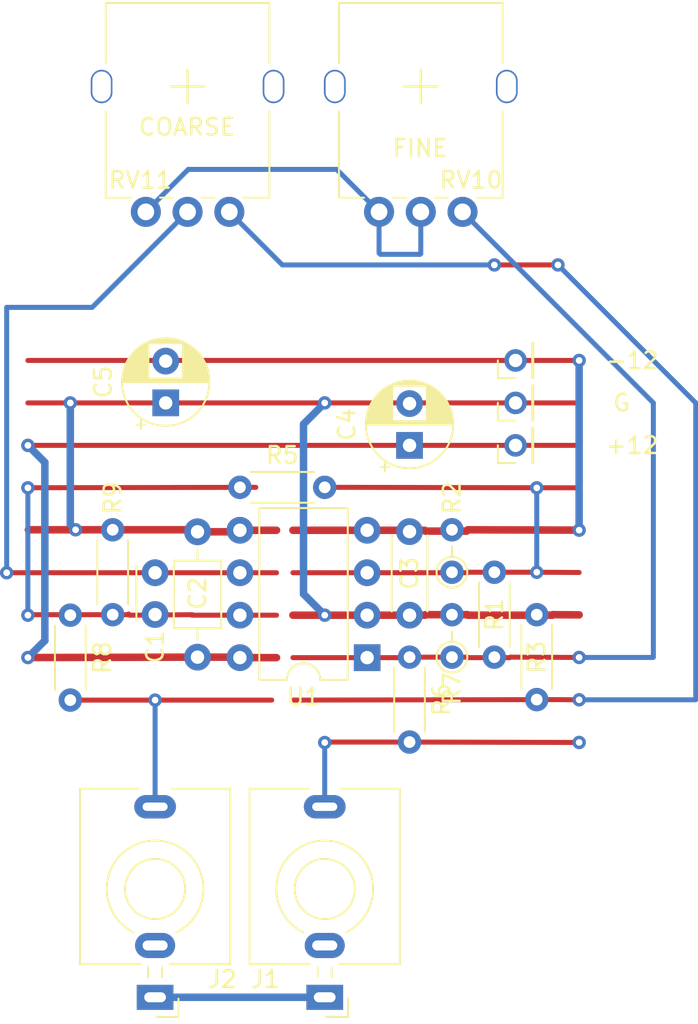
<source format=kicad_pcb>
(kicad_pcb (version 20171130) (host pcbnew "(5.0.2)-1")

  (general
    (thickness 1.6)
    (drawings 17)
    (tracks 133)
    (zones 0)
    (modules 21)
    (nets 14)
  )

  (page A4)
  (layers
    (0 F.Cu signal)
    (31 B.Cu signal)
    (32 B.Adhes user)
    (33 F.Adhes user)
    (34 B.Paste user)
    (35 F.Paste user)
    (36 B.SilkS user)
    (37 F.SilkS user)
    (38 B.Mask user)
    (39 F.Mask user)
    (40 Dwgs.User user)
    (41 Cmts.User user)
    (42 Eco1.User user)
    (43 Eco2.User user)
    (44 Edge.Cuts user)
    (45 Margin user)
    (46 B.CrtYd user)
    (47 F.CrtYd user)
    (48 B.Fab user hide)
    (49 F.Fab user hide)
  )

  (setup
    (last_trace_width 0.3)
    (trace_clearance 0.25)
    (zone_clearance 0.508)
    (zone_45_only no)
    (trace_min 0.2)
    (segment_width 0.2)
    (edge_width 0.15)
    (via_size 0.8)
    (via_drill 0.4)
    (via_min_size 0.4)
    (via_min_drill 0.3)
    (uvia_size 0.3)
    (uvia_drill 0.1)
    (uvias_allowed no)
    (uvia_min_size 0.2)
    (uvia_min_drill 0.1)
    (pcb_text_width 0.3)
    (pcb_text_size 1.5 1.5)
    (mod_edge_width 0.15)
    (mod_text_size 1 1)
    (mod_text_width 0.15)
    (pad_size 1.35 1.35)
    (pad_drill 0.8)
    (pad_to_mask_clearance 0.051)
    (solder_mask_min_width 0.25)
    (aux_axis_origin 0 0)
    (grid_origin 126.0475 91.469378)
    (visible_elements 7FFFFFFF)
    (pcbplotparams
      (layerselection 0x01000_7ffffffe)
      (usegerberextensions false)
      (usegerberattributes false)
      (usegerberadvancedattributes false)
      (creategerberjobfile false)
      (excludeedgelayer true)
      (linewidth 0.100000)
      (plotframeref false)
      (viasonmask false)
      (mode 1)
      (useauxorigin false)
      (hpglpennumber 1)
      (hpglpenspeed 20)
      (hpglpendiameter 15.000000)
      (psnegative false)
      (psa4output false)
      (plotreference true)
      (plotvalue true)
      (plotinvisibletext false)
      (padsonsilk false)
      (subtractmaskfromsilk false)
      (outputformat 3)
      (mirror false)
      (drillshape 0)
      (scaleselection 1)
      (outputdirectory "C:/Users/nick.bonnett-murphy/Desktop/"))
  )

  (net 0 "")
  (net 1 "Net-(C1-Pad1)")
  (net 2 "Net-(C1-Pad2)")
  (net 3 GND)
  (net 4 +12v)
  (net 5 -12V)
  (net 6 "Net-(J1-PadTN)")
  (net 7 "Net-(J1-PadT)")
  (net 8 "Net-(J2-PadT)")
  (net 9 "Net-(J2-PadTN)")
  (net 10 "Net-(R1-Pad2)")
  (net 11 "Net-(R1-Pad1)")
  (net 12 "Net-(R3-Pad2)")
  (net 13 "Net-(RV10-Pad2)")

  (net_class Default "This is the default net class."
    (clearance 0.25)
    (trace_width 0.3)
    (via_dia 0.8)
    (via_drill 0.4)
    (uvia_dia 0.3)
    (uvia_drill 0.1)
    (add_net "Net-(C1-Pad1)")
    (add_net "Net-(C1-Pad2)")
    (add_net "Net-(J1-PadT)")
    (add_net "Net-(J1-PadTN)")
    (add_net "Net-(J2-PadT)")
    (add_net "Net-(J2-PadTN)")
    (add_net "Net-(R1-Pad1)")
    (add_net "Net-(R1-Pad2)")
    (add_net "Net-(R3-Pad2)")
    (add_net "Net-(RV10-Pad2)")
  )

  (net_class PWR ""
    (clearance 0.25)
    (trace_width 0.45)
    (via_dia 0.8)
    (via_drill 0.4)
    (uvia_dia 0.3)
    (uvia_drill 0.1)
    (add_net +12v)
    (add_net -12V)
    (add_net GND)
  )

  (module Capacitor_THT:CP_Radial_D5.0mm_P2.50mm (layer F.Cu) (tedit 5AE50EF0) (tstamp 5C729B61)
    (at 121.6025 76.229378 90)
    (descr "CP, Radial series, Radial, pin pitch=2.50mm, , diameter=5mm, Electrolytic Capacitor")
    (tags "CP Radial series Radial pin pitch 2.50mm  diameter 5mm Electrolytic Capacitor")
    (path /5C66510E)
    (fp_text reference C5 (at 1.25 -3.75 90) (layer F.SilkS)
      (effects (font (size 1 1) (thickness 0.15)))
    )
    (fp_text value 10uF (at 1.25 3.75 90) (layer F.Fab)
      (effects (font (size 1 1) (thickness 0.15)))
    )
    (fp_text user %R (at 1.25 0 90) (layer F.Fab)
      (effects (font (size 1 1) (thickness 0.15)))
    )
    (fp_line (start -1.304775 -1.725) (end -1.304775 -1.225) (layer F.SilkS) (width 0.12))
    (fp_line (start -1.554775 -1.475) (end -1.054775 -1.475) (layer F.SilkS) (width 0.12))
    (fp_line (start 3.851 -0.284) (end 3.851 0.284) (layer F.SilkS) (width 0.12))
    (fp_line (start 3.811 -0.518) (end 3.811 0.518) (layer F.SilkS) (width 0.12))
    (fp_line (start 3.771 -0.677) (end 3.771 0.677) (layer F.SilkS) (width 0.12))
    (fp_line (start 3.731 -0.805) (end 3.731 0.805) (layer F.SilkS) (width 0.12))
    (fp_line (start 3.691 -0.915) (end 3.691 0.915) (layer F.SilkS) (width 0.12))
    (fp_line (start 3.651 -1.011) (end 3.651 1.011) (layer F.SilkS) (width 0.12))
    (fp_line (start 3.611 -1.098) (end 3.611 1.098) (layer F.SilkS) (width 0.12))
    (fp_line (start 3.571 -1.178) (end 3.571 1.178) (layer F.SilkS) (width 0.12))
    (fp_line (start 3.531 1.04) (end 3.531 1.251) (layer F.SilkS) (width 0.12))
    (fp_line (start 3.531 -1.251) (end 3.531 -1.04) (layer F.SilkS) (width 0.12))
    (fp_line (start 3.491 1.04) (end 3.491 1.319) (layer F.SilkS) (width 0.12))
    (fp_line (start 3.491 -1.319) (end 3.491 -1.04) (layer F.SilkS) (width 0.12))
    (fp_line (start 3.451 1.04) (end 3.451 1.383) (layer F.SilkS) (width 0.12))
    (fp_line (start 3.451 -1.383) (end 3.451 -1.04) (layer F.SilkS) (width 0.12))
    (fp_line (start 3.411 1.04) (end 3.411 1.443) (layer F.SilkS) (width 0.12))
    (fp_line (start 3.411 -1.443) (end 3.411 -1.04) (layer F.SilkS) (width 0.12))
    (fp_line (start 3.371 1.04) (end 3.371 1.5) (layer F.SilkS) (width 0.12))
    (fp_line (start 3.371 -1.5) (end 3.371 -1.04) (layer F.SilkS) (width 0.12))
    (fp_line (start 3.331 1.04) (end 3.331 1.554) (layer F.SilkS) (width 0.12))
    (fp_line (start 3.331 -1.554) (end 3.331 -1.04) (layer F.SilkS) (width 0.12))
    (fp_line (start 3.291 1.04) (end 3.291 1.605) (layer F.SilkS) (width 0.12))
    (fp_line (start 3.291 -1.605) (end 3.291 -1.04) (layer F.SilkS) (width 0.12))
    (fp_line (start 3.251 1.04) (end 3.251 1.653) (layer F.SilkS) (width 0.12))
    (fp_line (start 3.251 -1.653) (end 3.251 -1.04) (layer F.SilkS) (width 0.12))
    (fp_line (start 3.211 1.04) (end 3.211 1.699) (layer F.SilkS) (width 0.12))
    (fp_line (start 3.211 -1.699) (end 3.211 -1.04) (layer F.SilkS) (width 0.12))
    (fp_line (start 3.171 1.04) (end 3.171 1.743) (layer F.SilkS) (width 0.12))
    (fp_line (start 3.171 -1.743) (end 3.171 -1.04) (layer F.SilkS) (width 0.12))
    (fp_line (start 3.131 1.04) (end 3.131 1.785) (layer F.SilkS) (width 0.12))
    (fp_line (start 3.131 -1.785) (end 3.131 -1.04) (layer F.SilkS) (width 0.12))
    (fp_line (start 3.091 1.04) (end 3.091 1.826) (layer F.SilkS) (width 0.12))
    (fp_line (start 3.091 -1.826) (end 3.091 -1.04) (layer F.SilkS) (width 0.12))
    (fp_line (start 3.051 1.04) (end 3.051 1.864) (layer F.SilkS) (width 0.12))
    (fp_line (start 3.051 -1.864) (end 3.051 -1.04) (layer F.SilkS) (width 0.12))
    (fp_line (start 3.011 1.04) (end 3.011 1.901) (layer F.SilkS) (width 0.12))
    (fp_line (start 3.011 -1.901) (end 3.011 -1.04) (layer F.SilkS) (width 0.12))
    (fp_line (start 2.971 1.04) (end 2.971 1.937) (layer F.SilkS) (width 0.12))
    (fp_line (start 2.971 -1.937) (end 2.971 -1.04) (layer F.SilkS) (width 0.12))
    (fp_line (start 2.931 1.04) (end 2.931 1.971) (layer F.SilkS) (width 0.12))
    (fp_line (start 2.931 -1.971) (end 2.931 -1.04) (layer F.SilkS) (width 0.12))
    (fp_line (start 2.891 1.04) (end 2.891 2.004) (layer F.SilkS) (width 0.12))
    (fp_line (start 2.891 -2.004) (end 2.891 -1.04) (layer F.SilkS) (width 0.12))
    (fp_line (start 2.851 1.04) (end 2.851 2.035) (layer F.SilkS) (width 0.12))
    (fp_line (start 2.851 -2.035) (end 2.851 -1.04) (layer F.SilkS) (width 0.12))
    (fp_line (start 2.811 1.04) (end 2.811 2.065) (layer F.SilkS) (width 0.12))
    (fp_line (start 2.811 -2.065) (end 2.811 -1.04) (layer F.SilkS) (width 0.12))
    (fp_line (start 2.771 1.04) (end 2.771 2.095) (layer F.SilkS) (width 0.12))
    (fp_line (start 2.771 -2.095) (end 2.771 -1.04) (layer F.SilkS) (width 0.12))
    (fp_line (start 2.731 1.04) (end 2.731 2.122) (layer F.SilkS) (width 0.12))
    (fp_line (start 2.731 -2.122) (end 2.731 -1.04) (layer F.SilkS) (width 0.12))
    (fp_line (start 2.691 1.04) (end 2.691 2.149) (layer F.SilkS) (width 0.12))
    (fp_line (start 2.691 -2.149) (end 2.691 -1.04) (layer F.SilkS) (width 0.12))
    (fp_line (start 2.651 1.04) (end 2.651 2.175) (layer F.SilkS) (width 0.12))
    (fp_line (start 2.651 -2.175) (end 2.651 -1.04) (layer F.SilkS) (width 0.12))
    (fp_line (start 2.611 1.04) (end 2.611 2.2) (layer F.SilkS) (width 0.12))
    (fp_line (start 2.611 -2.2) (end 2.611 -1.04) (layer F.SilkS) (width 0.12))
    (fp_line (start 2.571 1.04) (end 2.571 2.224) (layer F.SilkS) (width 0.12))
    (fp_line (start 2.571 -2.224) (end 2.571 -1.04) (layer F.SilkS) (width 0.12))
    (fp_line (start 2.531 1.04) (end 2.531 2.247) (layer F.SilkS) (width 0.12))
    (fp_line (start 2.531 -2.247) (end 2.531 -1.04) (layer F.SilkS) (width 0.12))
    (fp_line (start 2.491 1.04) (end 2.491 2.268) (layer F.SilkS) (width 0.12))
    (fp_line (start 2.491 -2.268) (end 2.491 -1.04) (layer F.SilkS) (width 0.12))
    (fp_line (start 2.451 1.04) (end 2.451 2.29) (layer F.SilkS) (width 0.12))
    (fp_line (start 2.451 -2.29) (end 2.451 -1.04) (layer F.SilkS) (width 0.12))
    (fp_line (start 2.411 1.04) (end 2.411 2.31) (layer F.SilkS) (width 0.12))
    (fp_line (start 2.411 -2.31) (end 2.411 -1.04) (layer F.SilkS) (width 0.12))
    (fp_line (start 2.371 1.04) (end 2.371 2.329) (layer F.SilkS) (width 0.12))
    (fp_line (start 2.371 -2.329) (end 2.371 -1.04) (layer F.SilkS) (width 0.12))
    (fp_line (start 2.331 1.04) (end 2.331 2.348) (layer F.SilkS) (width 0.12))
    (fp_line (start 2.331 -2.348) (end 2.331 -1.04) (layer F.SilkS) (width 0.12))
    (fp_line (start 2.291 1.04) (end 2.291 2.365) (layer F.SilkS) (width 0.12))
    (fp_line (start 2.291 -2.365) (end 2.291 -1.04) (layer F.SilkS) (width 0.12))
    (fp_line (start 2.251 1.04) (end 2.251 2.382) (layer F.SilkS) (width 0.12))
    (fp_line (start 2.251 -2.382) (end 2.251 -1.04) (layer F.SilkS) (width 0.12))
    (fp_line (start 2.211 1.04) (end 2.211 2.398) (layer F.SilkS) (width 0.12))
    (fp_line (start 2.211 -2.398) (end 2.211 -1.04) (layer F.SilkS) (width 0.12))
    (fp_line (start 2.171 1.04) (end 2.171 2.414) (layer F.SilkS) (width 0.12))
    (fp_line (start 2.171 -2.414) (end 2.171 -1.04) (layer F.SilkS) (width 0.12))
    (fp_line (start 2.131 1.04) (end 2.131 2.428) (layer F.SilkS) (width 0.12))
    (fp_line (start 2.131 -2.428) (end 2.131 -1.04) (layer F.SilkS) (width 0.12))
    (fp_line (start 2.091 1.04) (end 2.091 2.442) (layer F.SilkS) (width 0.12))
    (fp_line (start 2.091 -2.442) (end 2.091 -1.04) (layer F.SilkS) (width 0.12))
    (fp_line (start 2.051 1.04) (end 2.051 2.455) (layer F.SilkS) (width 0.12))
    (fp_line (start 2.051 -2.455) (end 2.051 -1.04) (layer F.SilkS) (width 0.12))
    (fp_line (start 2.011 1.04) (end 2.011 2.468) (layer F.SilkS) (width 0.12))
    (fp_line (start 2.011 -2.468) (end 2.011 -1.04) (layer F.SilkS) (width 0.12))
    (fp_line (start 1.971 1.04) (end 1.971 2.48) (layer F.SilkS) (width 0.12))
    (fp_line (start 1.971 -2.48) (end 1.971 -1.04) (layer F.SilkS) (width 0.12))
    (fp_line (start 1.93 1.04) (end 1.93 2.491) (layer F.SilkS) (width 0.12))
    (fp_line (start 1.93 -2.491) (end 1.93 -1.04) (layer F.SilkS) (width 0.12))
    (fp_line (start 1.89 1.04) (end 1.89 2.501) (layer F.SilkS) (width 0.12))
    (fp_line (start 1.89 -2.501) (end 1.89 -1.04) (layer F.SilkS) (width 0.12))
    (fp_line (start 1.85 1.04) (end 1.85 2.511) (layer F.SilkS) (width 0.12))
    (fp_line (start 1.85 -2.511) (end 1.85 -1.04) (layer F.SilkS) (width 0.12))
    (fp_line (start 1.81 1.04) (end 1.81 2.52) (layer F.SilkS) (width 0.12))
    (fp_line (start 1.81 -2.52) (end 1.81 -1.04) (layer F.SilkS) (width 0.12))
    (fp_line (start 1.77 1.04) (end 1.77 2.528) (layer F.SilkS) (width 0.12))
    (fp_line (start 1.77 -2.528) (end 1.77 -1.04) (layer F.SilkS) (width 0.12))
    (fp_line (start 1.73 1.04) (end 1.73 2.536) (layer F.SilkS) (width 0.12))
    (fp_line (start 1.73 -2.536) (end 1.73 -1.04) (layer F.SilkS) (width 0.12))
    (fp_line (start 1.69 1.04) (end 1.69 2.543) (layer F.SilkS) (width 0.12))
    (fp_line (start 1.69 -2.543) (end 1.69 -1.04) (layer F.SilkS) (width 0.12))
    (fp_line (start 1.65 1.04) (end 1.65 2.55) (layer F.SilkS) (width 0.12))
    (fp_line (start 1.65 -2.55) (end 1.65 -1.04) (layer F.SilkS) (width 0.12))
    (fp_line (start 1.61 1.04) (end 1.61 2.556) (layer F.SilkS) (width 0.12))
    (fp_line (start 1.61 -2.556) (end 1.61 -1.04) (layer F.SilkS) (width 0.12))
    (fp_line (start 1.57 1.04) (end 1.57 2.561) (layer F.SilkS) (width 0.12))
    (fp_line (start 1.57 -2.561) (end 1.57 -1.04) (layer F.SilkS) (width 0.12))
    (fp_line (start 1.53 1.04) (end 1.53 2.565) (layer F.SilkS) (width 0.12))
    (fp_line (start 1.53 -2.565) (end 1.53 -1.04) (layer F.SilkS) (width 0.12))
    (fp_line (start 1.49 1.04) (end 1.49 2.569) (layer F.SilkS) (width 0.12))
    (fp_line (start 1.49 -2.569) (end 1.49 -1.04) (layer F.SilkS) (width 0.12))
    (fp_line (start 1.45 -2.573) (end 1.45 2.573) (layer F.SilkS) (width 0.12))
    (fp_line (start 1.41 -2.576) (end 1.41 2.576) (layer F.SilkS) (width 0.12))
    (fp_line (start 1.37 -2.578) (end 1.37 2.578) (layer F.SilkS) (width 0.12))
    (fp_line (start 1.33 -2.579) (end 1.33 2.579) (layer F.SilkS) (width 0.12))
    (fp_line (start 1.29 -2.58) (end 1.29 2.58) (layer F.SilkS) (width 0.12))
    (fp_line (start 1.25 -2.58) (end 1.25 2.58) (layer F.SilkS) (width 0.12))
    (fp_line (start -0.633605 -1.3375) (end -0.633605 -0.8375) (layer F.Fab) (width 0.1))
    (fp_line (start -0.883605 -1.0875) (end -0.383605 -1.0875) (layer F.Fab) (width 0.1))
    (fp_circle (center 1.25 0) (end 4 0) (layer F.CrtYd) (width 0.05))
    (fp_circle (center 1.25 0) (end 3.87 0) (layer F.SilkS) (width 0.12))
    (fp_circle (center 1.25 0) (end 3.75 0) (layer F.Fab) (width 0.1))
    (pad 2 thru_hole circle (at 2.5 0 90) (size 1.6 1.6) (drill 0.8) (layers *.Cu *.Mask)
      (net 5 -12V))
    (pad 1 thru_hole rect (at 0 0 90) (size 1.6 1.6) (drill 0.8) (layers *.Cu *.Mask)
      (net 3 GND))
    (model ${KISYS3DMOD}/Capacitor_THT.3dshapes/CP_Radial_D5.0mm_P2.50mm.wrl
      (at (xyz 0 0 0))
      (scale (xyz 1 1 1))
      (rotate (xyz 0 0 0))
    )
  )

  (module Capacitor_THT:CP_Radial_D5.0mm_P2.50mm (layer F.Cu) (tedit 5AE50EF0) (tstamp 5C7264AF)
    (at 136.2075 78.769378 90)
    (descr "CP, Radial series, Radial, pin pitch=2.50mm, , diameter=5mm, Electrolytic Capacitor")
    (tags "CP Radial series Radial pin pitch 2.50mm  diameter 5mm Electrolytic Capacitor")
    (path /5C6650A8)
    (fp_text reference C4 (at 1.25 -3.75 90) (layer F.SilkS)
      (effects (font (size 1 1) (thickness 0.15)))
    )
    (fp_text value 10uF (at 1.25 3.75 90) (layer F.Fab)
      (effects (font (size 1 1) (thickness 0.15)))
    )
    (fp_text user %R (at 1.25 0 90) (layer F.Fab)
      (effects (font (size 1 1) (thickness 0.15)))
    )
    (fp_line (start -1.304775 -1.725) (end -1.304775 -1.225) (layer F.SilkS) (width 0.12))
    (fp_line (start -1.554775 -1.475) (end -1.054775 -1.475) (layer F.SilkS) (width 0.12))
    (fp_line (start 3.851 -0.284) (end 3.851 0.284) (layer F.SilkS) (width 0.12))
    (fp_line (start 3.811 -0.518) (end 3.811 0.518) (layer F.SilkS) (width 0.12))
    (fp_line (start 3.771 -0.677) (end 3.771 0.677) (layer F.SilkS) (width 0.12))
    (fp_line (start 3.731 -0.805) (end 3.731 0.805) (layer F.SilkS) (width 0.12))
    (fp_line (start 3.691 -0.915) (end 3.691 0.915) (layer F.SilkS) (width 0.12))
    (fp_line (start 3.651 -1.011) (end 3.651 1.011) (layer F.SilkS) (width 0.12))
    (fp_line (start 3.611 -1.098) (end 3.611 1.098) (layer F.SilkS) (width 0.12))
    (fp_line (start 3.571 -1.178) (end 3.571 1.178) (layer F.SilkS) (width 0.12))
    (fp_line (start 3.531 1.04) (end 3.531 1.251) (layer F.SilkS) (width 0.12))
    (fp_line (start 3.531 -1.251) (end 3.531 -1.04) (layer F.SilkS) (width 0.12))
    (fp_line (start 3.491 1.04) (end 3.491 1.319) (layer F.SilkS) (width 0.12))
    (fp_line (start 3.491 -1.319) (end 3.491 -1.04) (layer F.SilkS) (width 0.12))
    (fp_line (start 3.451 1.04) (end 3.451 1.383) (layer F.SilkS) (width 0.12))
    (fp_line (start 3.451 -1.383) (end 3.451 -1.04) (layer F.SilkS) (width 0.12))
    (fp_line (start 3.411 1.04) (end 3.411 1.443) (layer F.SilkS) (width 0.12))
    (fp_line (start 3.411 -1.443) (end 3.411 -1.04) (layer F.SilkS) (width 0.12))
    (fp_line (start 3.371 1.04) (end 3.371 1.5) (layer F.SilkS) (width 0.12))
    (fp_line (start 3.371 -1.5) (end 3.371 -1.04) (layer F.SilkS) (width 0.12))
    (fp_line (start 3.331 1.04) (end 3.331 1.554) (layer F.SilkS) (width 0.12))
    (fp_line (start 3.331 -1.554) (end 3.331 -1.04) (layer F.SilkS) (width 0.12))
    (fp_line (start 3.291 1.04) (end 3.291 1.605) (layer F.SilkS) (width 0.12))
    (fp_line (start 3.291 -1.605) (end 3.291 -1.04) (layer F.SilkS) (width 0.12))
    (fp_line (start 3.251 1.04) (end 3.251 1.653) (layer F.SilkS) (width 0.12))
    (fp_line (start 3.251 -1.653) (end 3.251 -1.04) (layer F.SilkS) (width 0.12))
    (fp_line (start 3.211 1.04) (end 3.211 1.699) (layer F.SilkS) (width 0.12))
    (fp_line (start 3.211 -1.699) (end 3.211 -1.04) (layer F.SilkS) (width 0.12))
    (fp_line (start 3.171 1.04) (end 3.171 1.743) (layer F.SilkS) (width 0.12))
    (fp_line (start 3.171 -1.743) (end 3.171 -1.04) (layer F.SilkS) (width 0.12))
    (fp_line (start 3.131 1.04) (end 3.131 1.785) (layer F.SilkS) (width 0.12))
    (fp_line (start 3.131 -1.785) (end 3.131 -1.04) (layer F.SilkS) (width 0.12))
    (fp_line (start 3.091 1.04) (end 3.091 1.826) (layer F.SilkS) (width 0.12))
    (fp_line (start 3.091 -1.826) (end 3.091 -1.04) (layer F.SilkS) (width 0.12))
    (fp_line (start 3.051 1.04) (end 3.051 1.864) (layer F.SilkS) (width 0.12))
    (fp_line (start 3.051 -1.864) (end 3.051 -1.04) (layer F.SilkS) (width 0.12))
    (fp_line (start 3.011 1.04) (end 3.011 1.901) (layer F.SilkS) (width 0.12))
    (fp_line (start 3.011 -1.901) (end 3.011 -1.04) (layer F.SilkS) (width 0.12))
    (fp_line (start 2.971 1.04) (end 2.971 1.937) (layer F.SilkS) (width 0.12))
    (fp_line (start 2.971 -1.937) (end 2.971 -1.04) (layer F.SilkS) (width 0.12))
    (fp_line (start 2.931 1.04) (end 2.931 1.971) (layer F.SilkS) (width 0.12))
    (fp_line (start 2.931 -1.971) (end 2.931 -1.04) (layer F.SilkS) (width 0.12))
    (fp_line (start 2.891 1.04) (end 2.891 2.004) (layer F.SilkS) (width 0.12))
    (fp_line (start 2.891 -2.004) (end 2.891 -1.04) (layer F.SilkS) (width 0.12))
    (fp_line (start 2.851 1.04) (end 2.851 2.035) (layer F.SilkS) (width 0.12))
    (fp_line (start 2.851 -2.035) (end 2.851 -1.04) (layer F.SilkS) (width 0.12))
    (fp_line (start 2.811 1.04) (end 2.811 2.065) (layer F.SilkS) (width 0.12))
    (fp_line (start 2.811 -2.065) (end 2.811 -1.04) (layer F.SilkS) (width 0.12))
    (fp_line (start 2.771 1.04) (end 2.771 2.095) (layer F.SilkS) (width 0.12))
    (fp_line (start 2.771 -2.095) (end 2.771 -1.04) (layer F.SilkS) (width 0.12))
    (fp_line (start 2.731 1.04) (end 2.731 2.122) (layer F.SilkS) (width 0.12))
    (fp_line (start 2.731 -2.122) (end 2.731 -1.04) (layer F.SilkS) (width 0.12))
    (fp_line (start 2.691 1.04) (end 2.691 2.149) (layer F.SilkS) (width 0.12))
    (fp_line (start 2.691 -2.149) (end 2.691 -1.04) (layer F.SilkS) (width 0.12))
    (fp_line (start 2.651 1.04) (end 2.651 2.175) (layer F.SilkS) (width 0.12))
    (fp_line (start 2.651 -2.175) (end 2.651 -1.04) (layer F.SilkS) (width 0.12))
    (fp_line (start 2.611 1.04) (end 2.611 2.2) (layer F.SilkS) (width 0.12))
    (fp_line (start 2.611 -2.2) (end 2.611 -1.04) (layer F.SilkS) (width 0.12))
    (fp_line (start 2.571 1.04) (end 2.571 2.224) (layer F.SilkS) (width 0.12))
    (fp_line (start 2.571 -2.224) (end 2.571 -1.04) (layer F.SilkS) (width 0.12))
    (fp_line (start 2.531 1.04) (end 2.531 2.247) (layer F.SilkS) (width 0.12))
    (fp_line (start 2.531 -2.247) (end 2.531 -1.04) (layer F.SilkS) (width 0.12))
    (fp_line (start 2.491 1.04) (end 2.491 2.268) (layer F.SilkS) (width 0.12))
    (fp_line (start 2.491 -2.268) (end 2.491 -1.04) (layer F.SilkS) (width 0.12))
    (fp_line (start 2.451 1.04) (end 2.451 2.29) (layer F.SilkS) (width 0.12))
    (fp_line (start 2.451 -2.29) (end 2.451 -1.04) (layer F.SilkS) (width 0.12))
    (fp_line (start 2.411 1.04) (end 2.411 2.31) (layer F.SilkS) (width 0.12))
    (fp_line (start 2.411 -2.31) (end 2.411 -1.04) (layer F.SilkS) (width 0.12))
    (fp_line (start 2.371 1.04) (end 2.371 2.329) (layer F.SilkS) (width 0.12))
    (fp_line (start 2.371 -2.329) (end 2.371 -1.04) (layer F.SilkS) (width 0.12))
    (fp_line (start 2.331 1.04) (end 2.331 2.348) (layer F.SilkS) (width 0.12))
    (fp_line (start 2.331 -2.348) (end 2.331 -1.04) (layer F.SilkS) (width 0.12))
    (fp_line (start 2.291 1.04) (end 2.291 2.365) (layer F.SilkS) (width 0.12))
    (fp_line (start 2.291 -2.365) (end 2.291 -1.04) (layer F.SilkS) (width 0.12))
    (fp_line (start 2.251 1.04) (end 2.251 2.382) (layer F.SilkS) (width 0.12))
    (fp_line (start 2.251 -2.382) (end 2.251 -1.04) (layer F.SilkS) (width 0.12))
    (fp_line (start 2.211 1.04) (end 2.211 2.398) (layer F.SilkS) (width 0.12))
    (fp_line (start 2.211 -2.398) (end 2.211 -1.04) (layer F.SilkS) (width 0.12))
    (fp_line (start 2.171 1.04) (end 2.171 2.414) (layer F.SilkS) (width 0.12))
    (fp_line (start 2.171 -2.414) (end 2.171 -1.04) (layer F.SilkS) (width 0.12))
    (fp_line (start 2.131 1.04) (end 2.131 2.428) (layer F.SilkS) (width 0.12))
    (fp_line (start 2.131 -2.428) (end 2.131 -1.04) (layer F.SilkS) (width 0.12))
    (fp_line (start 2.091 1.04) (end 2.091 2.442) (layer F.SilkS) (width 0.12))
    (fp_line (start 2.091 -2.442) (end 2.091 -1.04) (layer F.SilkS) (width 0.12))
    (fp_line (start 2.051 1.04) (end 2.051 2.455) (layer F.SilkS) (width 0.12))
    (fp_line (start 2.051 -2.455) (end 2.051 -1.04) (layer F.SilkS) (width 0.12))
    (fp_line (start 2.011 1.04) (end 2.011 2.468) (layer F.SilkS) (width 0.12))
    (fp_line (start 2.011 -2.468) (end 2.011 -1.04) (layer F.SilkS) (width 0.12))
    (fp_line (start 1.971 1.04) (end 1.971 2.48) (layer F.SilkS) (width 0.12))
    (fp_line (start 1.971 -2.48) (end 1.971 -1.04) (layer F.SilkS) (width 0.12))
    (fp_line (start 1.93 1.04) (end 1.93 2.491) (layer F.SilkS) (width 0.12))
    (fp_line (start 1.93 -2.491) (end 1.93 -1.04) (layer F.SilkS) (width 0.12))
    (fp_line (start 1.89 1.04) (end 1.89 2.501) (layer F.SilkS) (width 0.12))
    (fp_line (start 1.89 -2.501) (end 1.89 -1.04) (layer F.SilkS) (width 0.12))
    (fp_line (start 1.85 1.04) (end 1.85 2.511) (layer F.SilkS) (width 0.12))
    (fp_line (start 1.85 -2.511) (end 1.85 -1.04) (layer F.SilkS) (width 0.12))
    (fp_line (start 1.81 1.04) (end 1.81 2.52) (layer F.SilkS) (width 0.12))
    (fp_line (start 1.81 -2.52) (end 1.81 -1.04) (layer F.SilkS) (width 0.12))
    (fp_line (start 1.77 1.04) (end 1.77 2.528) (layer F.SilkS) (width 0.12))
    (fp_line (start 1.77 -2.528) (end 1.77 -1.04) (layer F.SilkS) (width 0.12))
    (fp_line (start 1.73 1.04) (end 1.73 2.536) (layer F.SilkS) (width 0.12))
    (fp_line (start 1.73 -2.536) (end 1.73 -1.04) (layer F.SilkS) (width 0.12))
    (fp_line (start 1.69 1.04) (end 1.69 2.543) (layer F.SilkS) (width 0.12))
    (fp_line (start 1.69 -2.543) (end 1.69 -1.04) (layer F.SilkS) (width 0.12))
    (fp_line (start 1.65 1.04) (end 1.65 2.55) (layer F.SilkS) (width 0.12))
    (fp_line (start 1.65 -2.55) (end 1.65 -1.04) (layer F.SilkS) (width 0.12))
    (fp_line (start 1.61 1.04) (end 1.61 2.556) (layer F.SilkS) (width 0.12))
    (fp_line (start 1.61 -2.556) (end 1.61 -1.04) (layer F.SilkS) (width 0.12))
    (fp_line (start 1.57 1.04) (end 1.57 2.561) (layer F.SilkS) (width 0.12))
    (fp_line (start 1.57 -2.561) (end 1.57 -1.04) (layer F.SilkS) (width 0.12))
    (fp_line (start 1.53 1.04) (end 1.53 2.565) (layer F.SilkS) (width 0.12))
    (fp_line (start 1.53 -2.565) (end 1.53 -1.04) (layer F.SilkS) (width 0.12))
    (fp_line (start 1.49 1.04) (end 1.49 2.569) (layer F.SilkS) (width 0.12))
    (fp_line (start 1.49 -2.569) (end 1.49 -1.04) (layer F.SilkS) (width 0.12))
    (fp_line (start 1.45 -2.573) (end 1.45 2.573) (layer F.SilkS) (width 0.12))
    (fp_line (start 1.41 -2.576) (end 1.41 2.576) (layer F.SilkS) (width 0.12))
    (fp_line (start 1.37 -2.578) (end 1.37 2.578) (layer F.SilkS) (width 0.12))
    (fp_line (start 1.33 -2.579) (end 1.33 2.579) (layer F.SilkS) (width 0.12))
    (fp_line (start 1.29 -2.58) (end 1.29 2.58) (layer F.SilkS) (width 0.12))
    (fp_line (start 1.25 -2.58) (end 1.25 2.58) (layer F.SilkS) (width 0.12))
    (fp_line (start -0.633605 -1.3375) (end -0.633605 -0.8375) (layer F.Fab) (width 0.1))
    (fp_line (start -0.883605 -1.0875) (end -0.383605 -1.0875) (layer F.Fab) (width 0.1))
    (fp_circle (center 1.25 0) (end 4 0) (layer F.CrtYd) (width 0.05))
    (fp_circle (center 1.25 0) (end 3.87 0) (layer F.SilkS) (width 0.12))
    (fp_circle (center 1.25 0) (end 3.75 0) (layer F.Fab) (width 0.1))
    (pad 2 thru_hole circle (at 2.5 0 90) (size 1.6 1.6) (drill 0.8) (layers *.Cu *.Mask)
      (net 3 GND))
    (pad 1 thru_hole rect (at 0 0 90) (size 1.6 1.6) (drill 0.8) (layers *.Cu *.Mask)
      (net 4 +12v))
    (model ${KISYS3DMOD}/Capacitor_THT.3dshapes/CP_Radial_D5.0mm_P2.50mm.wrl
      (at (xyz 0 0 0))
      (scale (xyz 1 1 1))
      (rotate (xyz 0 0 0))
    )
  )

  (module Resistor_THT:R_Axial_DIN0204_L3.6mm_D1.6mm_P5.08mm_Horizontal (layer F.Cu) (tedit 5AE5139B) (tstamp 5C67857E)
    (at 126.0475 81.28)
    (descr "Resistor, Axial_DIN0204 series, Axial, Horizontal, pin pitch=5.08mm, 0.167W, length*diameter=3.6*1.6mm^2, http://cdn-reichelt.de/documents/datenblatt/B400/1_4W%23YAG.pdf")
    (tags "Resistor Axial_DIN0204 series Axial Horizontal pin pitch 5.08mm 0.167W length 3.6mm diameter 1.6mm")
    (path /5C65CE06)
    (fp_text reference R5 (at 2.54 -1.92) (layer F.SilkS)
      (effects (font (size 1 1) (thickness 0.15)))
    )
    (fp_text value 100K (at 2.54 1.92) (layer F.Fab)
      (effects (font (size 1 1) (thickness 0.15)))
    )
    (fp_text user %R (at 2.54 0) (layer F.Fab)
      (effects (font (size 0.72 0.72) (thickness 0.108)))
    )
    (fp_line (start 6.03 -1.05) (end -0.95 -1.05) (layer F.CrtYd) (width 0.05))
    (fp_line (start 6.03 1.05) (end 6.03 -1.05) (layer F.CrtYd) (width 0.05))
    (fp_line (start -0.95 1.05) (end 6.03 1.05) (layer F.CrtYd) (width 0.05))
    (fp_line (start -0.95 -1.05) (end -0.95 1.05) (layer F.CrtYd) (width 0.05))
    (fp_line (start 0.62 0.92) (end 4.46 0.92) (layer F.SilkS) (width 0.12))
    (fp_line (start 0.62 -0.92) (end 4.46 -0.92) (layer F.SilkS) (width 0.12))
    (fp_line (start 5.08 0) (end 4.34 0) (layer F.Fab) (width 0.1))
    (fp_line (start 0 0) (end 0.74 0) (layer F.Fab) (width 0.1))
    (fp_line (start 4.34 -0.8) (end 0.74 -0.8) (layer F.Fab) (width 0.1))
    (fp_line (start 4.34 0.8) (end 4.34 -0.8) (layer F.Fab) (width 0.1))
    (fp_line (start 0.74 0.8) (end 4.34 0.8) (layer F.Fab) (width 0.1))
    (fp_line (start 0.74 -0.8) (end 0.74 0.8) (layer F.Fab) (width 0.1))
    (pad 2 thru_hole oval (at 5.08 0) (size 1.4 1.4) (drill 0.7) (layers *.Cu *.Mask)
      (net 10 "Net-(R1-Pad2)"))
    (pad 1 thru_hole circle (at 0 0) (size 1.4 1.4) (drill 0.7) (layers *.Cu *.Mask)
      (net 2 "Net-(C1-Pad2)"))
    (model ${KISYS3DMOD}/Resistor_THT.3dshapes/R_Axial_DIN0204_L3.6mm_D1.6mm_P5.08mm_Horizontal.wrl
      (at (xyz 0 0 0))
      (scale (xyz 1 1 1))
      (rotate (xyz 0 0 0))
    )
  )

  (module Resistor_THT:R_Axial_DIN0204_L3.6mm_D1.6mm_P5.08mm_Horizontal (layer F.Cu) (tedit 5AE5139B) (tstamp 5C726601)
    (at 115.8875 88.929378 270)
    (descr "Resistor, Axial_DIN0204 series, Axial, Horizontal, pin pitch=5.08mm, 0.167W, length*diameter=3.6*1.6mm^2, http://cdn-reichelt.de/documents/datenblatt/B400/1_4W%23YAG.pdf")
    (tags "Resistor Axial_DIN0204 series Axial Horizontal pin pitch 5.08mm 0.167W length 3.6mm diameter 1.6mm")
    (path /5C65F721)
    (fp_text reference R8 (at 2.54 -1.92 270) (layer F.SilkS)
      (effects (font (size 1 1) (thickness 0.15)))
    )
    (fp_text value 2K (at 2.54 1.92 270) (layer F.Fab)
      (effects (font (size 1 1) (thickness 0.15)))
    )
    (fp_text user %R (at 2.54 0 270) (layer F.Fab)
      (effects (font (size 0.72 0.72) (thickness 0.108)))
    )
    (fp_line (start 6.03 -1.05) (end -0.95 -1.05) (layer F.CrtYd) (width 0.05))
    (fp_line (start 6.03 1.05) (end 6.03 -1.05) (layer F.CrtYd) (width 0.05))
    (fp_line (start -0.95 1.05) (end 6.03 1.05) (layer F.CrtYd) (width 0.05))
    (fp_line (start -0.95 -1.05) (end -0.95 1.05) (layer F.CrtYd) (width 0.05))
    (fp_line (start 0.62 0.92) (end 4.46 0.92) (layer F.SilkS) (width 0.12))
    (fp_line (start 0.62 -0.92) (end 4.46 -0.92) (layer F.SilkS) (width 0.12))
    (fp_line (start 5.08 0) (end 4.34 0) (layer F.Fab) (width 0.1))
    (fp_line (start 0 0) (end 0.74 0) (layer F.Fab) (width 0.1))
    (fp_line (start 4.34 -0.8) (end 0.74 -0.8) (layer F.Fab) (width 0.1))
    (fp_line (start 4.34 0.8) (end 4.34 -0.8) (layer F.Fab) (width 0.1))
    (fp_line (start 0.74 0.8) (end 4.34 0.8) (layer F.Fab) (width 0.1))
    (fp_line (start 0.74 -0.8) (end 0.74 0.8) (layer F.Fab) (width 0.1))
    (pad 2 thru_hole oval (at 5.08 0 270) (size 1.4 1.4) (drill 0.7) (layers *.Cu *.Mask)
      (net 8 "Net-(J2-PadT)"))
    (pad 1 thru_hole circle (at 0 0 270) (size 1.4 1.4) (drill 0.7) (layers *.Cu *.Mask)
      (net 2 "Net-(C1-Pad2)"))
    (model ${KISYS3DMOD}/Resistor_THT.3dshapes/R_Axial_DIN0204_L3.6mm_D1.6mm_P5.08mm_Horizontal.wrl
      (at (xyz 0 0 0))
      (scale (xyz 1 1 1))
      (rotate (xyz 0 0 0))
    )
  )

  (module Capacitor_THT:C_Disc_D3.0mm_W2.0mm_P2.50mm (layer F.Cu) (tedit 5AE50EF0) (tstamp 5C726465)
    (at 120.9675 86.389378 270)
    (descr "C, Disc series, Radial, pin pitch=2.50mm, , diameter*width=3*2mm^2, Capacitor")
    (tags "C Disc series Radial pin pitch 2.50mm  diameter 3mm width 2mm Capacitor")
    (path /5C65EF14)
    (fp_text reference C1 (at 4.445 0 270) (layer F.SilkS)
      (effects (font (size 1 1) (thickness 0.15)))
    )
    (fp_text value 3300pF (at 1.25 2.25 270) (layer F.Fab)
      (effects (font (size 1 1) (thickness 0.15)))
    )
    (fp_text user %R (at 1.25 0 270) (layer F.Fab)
      (effects (font (size 0.6 0.6) (thickness 0.09)))
    )
    (fp_line (start 3.55 -1.25) (end -1.05 -1.25) (layer F.CrtYd) (width 0.05))
    (fp_line (start 3.55 1.25) (end 3.55 -1.25) (layer F.CrtYd) (width 0.05))
    (fp_line (start -1.05 1.25) (end 3.55 1.25) (layer F.CrtYd) (width 0.05))
    (fp_line (start -1.05 -1.25) (end -1.05 1.25) (layer F.CrtYd) (width 0.05))
    (fp_line (start 2.87 1.055) (end 2.87 1.12) (layer F.SilkS) (width 0.12))
    (fp_line (start 2.87 -1.12) (end 2.87 -1.055) (layer F.SilkS) (width 0.12))
    (fp_line (start -0.37 1.055) (end -0.37 1.12) (layer F.SilkS) (width 0.12))
    (fp_line (start -0.37 -1.12) (end -0.37 -1.055) (layer F.SilkS) (width 0.12))
    (fp_line (start -0.37 1.12) (end 2.87 1.12) (layer F.SilkS) (width 0.12))
    (fp_line (start -0.37 -1.12) (end 2.87 -1.12) (layer F.SilkS) (width 0.12))
    (fp_line (start 2.75 -1) (end -0.25 -1) (layer F.Fab) (width 0.1))
    (fp_line (start 2.75 1) (end 2.75 -1) (layer F.Fab) (width 0.1))
    (fp_line (start -0.25 1) (end 2.75 1) (layer F.Fab) (width 0.1))
    (fp_line (start -0.25 -1) (end -0.25 1) (layer F.Fab) (width 0.1))
    (pad 2 thru_hole circle (at 2.5 0 270) (size 1.6 1.6) (drill 0.8) (layers *.Cu *.Mask)
      (net 2 "Net-(C1-Pad2)"))
    (pad 1 thru_hole circle (at 0 0 270) (size 1.6 1.6) (drill 0.8) (layers *.Cu *.Mask)
      (net 1 "Net-(C1-Pad1)"))
    (model ${KISYS3DMOD}/Capacitor_THT.3dshapes/C_Disc_D3.0mm_W2.0mm_P2.50mm.wrl
      (at (xyz 0 0 0))
      (scale (xyz 1 1 1))
      (rotate (xyz 0 0 0))
    )
  )

  (module Resistor_THT:R_Axial_DIN0204_L3.6mm_D1.6mm_P5.08mm_Horizontal (layer F.Cu) (tedit 5AE5139B) (tstamp 5C7265BD)
    (at 143.8275 88.9 270)
    (descr "Resistor, Axial_DIN0204 series, Axial, Horizontal, pin pitch=5.08mm, 0.167W, length*diameter=3.6*1.6mm^2, http://cdn-reichelt.de/documents/datenblatt/B400/1_4W%23YAG.pdf")
    (tags "Resistor Axial_DIN0204 series Axial Horizontal pin pitch 5.08mm 0.167W length 3.6mm diameter 1.6mm")
    (path /5C65E944)
    (fp_text reference R3 (at 2.54 0 270) (layer F.SilkS)
      (effects (font (size 1 1) (thickness 0.15)))
    )
    (fp_text value 220R (at 2.54 1.92 270) (layer F.Fab)
      (effects (font (size 1 1) (thickness 0.15)))
    )
    (fp_text user %R (at 2.54 0 270) (layer F.Fab)
      (effects (font (size 0.72 0.72) (thickness 0.108)))
    )
    (fp_line (start 6.03 -1.05) (end -0.95 -1.05) (layer F.CrtYd) (width 0.05))
    (fp_line (start 6.03 1.05) (end 6.03 -1.05) (layer F.CrtYd) (width 0.05))
    (fp_line (start -0.95 1.05) (end 6.03 1.05) (layer F.CrtYd) (width 0.05))
    (fp_line (start -0.95 -1.05) (end -0.95 1.05) (layer F.CrtYd) (width 0.05))
    (fp_line (start 0.62 0.92) (end 4.46 0.92) (layer F.SilkS) (width 0.12))
    (fp_line (start 0.62 -0.92) (end 4.46 -0.92) (layer F.SilkS) (width 0.12))
    (fp_line (start 5.08 0) (end 4.34 0) (layer F.Fab) (width 0.1))
    (fp_line (start 0 0) (end 0.74 0) (layer F.Fab) (width 0.1))
    (fp_line (start 4.34 -0.8) (end 0.74 -0.8) (layer F.Fab) (width 0.1))
    (fp_line (start 4.34 0.8) (end 4.34 -0.8) (layer F.Fab) (width 0.1))
    (fp_line (start 0.74 0.8) (end 4.34 0.8) (layer F.Fab) (width 0.1))
    (fp_line (start 0.74 -0.8) (end 0.74 0.8) (layer F.Fab) (width 0.1))
    (pad 2 thru_hole oval (at 5.08 0 270) (size 1.4 1.4) (drill 0.7) (layers *.Cu *.Mask)
      (net 12 "Net-(R3-Pad2)"))
    (pad 1 thru_hole circle (at 0 0 270) (size 1.4 1.4) (drill 0.7) (layers *.Cu *.Mask)
      (net 3 GND))
    (model ${KISYS3DMOD}/Resistor_THT.3dshapes/R_Axial_DIN0204_L3.6mm_D1.6mm_P5.08mm_Horizontal.wrl
      (at (xyz 0 0 0))
      (scale (xyz 1 1 1))
      (rotate (xyz 0 0 0))
    )
  )

  (module Resistor_THT:R_Axial_DIN0204_L3.6mm_D1.6mm_P5.08mm_Horizontal (layer F.Cu) (tedit 5AE5139B) (tstamp 5C7265DF)
    (at 136.2075 91.44 270)
    (descr "Resistor, Axial_DIN0204 series, Axial, Horizontal, pin pitch=5.08mm, 0.167W, length*diameter=3.6*1.6mm^2, http://cdn-reichelt.de/documents/datenblatt/B400/1_4W%23YAG.pdf")
    (tags "Resistor Axial_DIN0204 series Axial Horizontal pin pitch 5.08mm 0.167W length 3.6mm diameter 1.6mm")
    (path /5C65D609)
    (fp_text reference R6 (at 2.54 -1.92 270) (layer F.SilkS)
      (effects (font (size 1 1) (thickness 0.15)))
    )
    (fp_text value 10K (at 2.54 1.92 270) (layer F.Fab)
      (effects (font (size 1 1) (thickness 0.15)))
    )
    (fp_text user %R (at 2.54 0 270) (layer F.Fab)
      (effects (font (size 0.72 0.72) (thickness 0.108)))
    )
    (fp_line (start 6.03 -1.05) (end -0.95 -1.05) (layer F.CrtYd) (width 0.05))
    (fp_line (start 6.03 1.05) (end 6.03 -1.05) (layer F.CrtYd) (width 0.05))
    (fp_line (start -0.95 1.05) (end 6.03 1.05) (layer F.CrtYd) (width 0.05))
    (fp_line (start -0.95 -1.05) (end -0.95 1.05) (layer F.CrtYd) (width 0.05))
    (fp_line (start 0.62 0.92) (end 4.46 0.92) (layer F.SilkS) (width 0.12))
    (fp_line (start 0.62 -0.92) (end 4.46 -0.92) (layer F.SilkS) (width 0.12))
    (fp_line (start 5.08 0) (end 4.34 0) (layer F.Fab) (width 0.1))
    (fp_line (start 0 0) (end 0.74 0) (layer F.Fab) (width 0.1))
    (fp_line (start 4.34 -0.8) (end 0.74 -0.8) (layer F.Fab) (width 0.1))
    (fp_line (start 4.34 0.8) (end 4.34 -0.8) (layer F.Fab) (width 0.1))
    (fp_line (start 0.74 0.8) (end 4.34 0.8) (layer F.Fab) (width 0.1))
    (fp_line (start 0.74 -0.8) (end 0.74 0.8) (layer F.Fab) (width 0.1))
    (pad 2 thru_hole oval (at 5.08 0 270) (size 1.4 1.4) (drill 0.7) (layers *.Cu *.Mask)
      (net 7 "Net-(J1-PadT)"))
    (pad 1 thru_hole circle (at 0 0 270) (size 1.4 1.4) (drill 0.7) (layers *.Cu *.Mask)
      (net 11 "Net-(R1-Pad1)"))
    (model ${KISYS3DMOD}/Resistor_THT.3dshapes/R_Axial_DIN0204_L3.6mm_D1.6mm_P5.08mm_Horizontal.wrl
      (at (xyz 0 0 0))
      (scale (xyz 1 1 1))
      (rotate (xyz 0 0 0))
    )
  )

  (module Resistor_THT:R_Axial_DIN0204_L3.6mm_D1.6mm_P5.08mm_Horizontal (layer F.Cu) (tedit 5AE5139B) (tstamp 5C726612)
    (at 118.4275 88.9 90)
    (descr "Resistor, Axial_DIN0204 series, Axial, Horizontal, pin pitch=5.08mm, 0.167W, length*diameter=3.6*1.6mm^2, http://cdn-reichelt.de/documents/datenblatt/B400/1_4W%23YAG.pdf")
    (tags "Resistor Axial_DIN0204 series Axial Horizontal pin pitch 5.08mm 0.167W length 3.6mm diameter 1.6mm")
    (path /5C65F77F)
    (fp_text reference R9 (at 6.985 0 90) (layer F.SilkS)
      (effects (font (size 1 1) (thickness 0.15)))
    )
    (fp_text value 10K (at 2.54 1.92 90) (layer F.Fab)
      (effects (font (size 1 1) (thickness 0.15)))
    )
    (fp_text user %R (at 2.54 0 90) (layer F.Fab)
      (effects (font (size 0.72 0.72) (thickness 0.108)))
    )
    (fp_line (start 6.03 -1.05) (end -0.95 -1.05) (layer F.CrtYd) (width 0.05))
    (fp_line (start 6.03 1.05) (end 6.03 -1.05) (layer F.CrtYd) (width 0.05))
    (fp_line (start -0.95 1.05) (end 6.03 1.05) (layer F.CrtYd) (width 0.05))
    (fp_line (start -0.95 -1.05) (end -0.95 1.05) (layer F.CrtYd) (width 0.05))
    (fp_line (start 0.62 0.92) (end 4.46 0.92) (layer F.SilkS) (width 0.12))
    (fp_line (start 0.62 -0.92) (end 4.46 -0.92) (layer F.SilkS) (width 0.12))
    (fp_line (start 5.08 0) (end 4.34 0) (layer F.Fab) (width 0.1))
    (fp_line (start 0 0) (end 0.74 0) (layer F.Fab) (width 0.1))
    (fp_line (start 4.34 -0.8) (end 0.74 -0.8) (layer F.Fab) (width 0.1))
    (fp_line (start 4.34 0.8) (end 4.34 -0.8) (layer F.Fab) (width 0.1))
    (fp_line (start 0.74 0.8) (end 4.34 0.8) (layer F.Fab) (width 0.1))
    (fp_line (start 0.74 -0.8) (end 0.74 0.8) (layer F.Fab) (width 0.1))
    (pad 2 thru_hole oval (at 5.08 0 90) (size 1.4 1.4) (drill 0.7) (layers *.Cu *.Mask)
      (net 3 GND))
    (pad 1 thru_hole circle (at 0 0 90) (size 1.4 1.4) (drill 0.7) (layers *.Cu *.Mask)
      (net 2 "Net-(C1-Pad2)"))
    (model ${KISYS3DMOD}/Resistor_THT.3dshapes/R_Axial_DIN0204_L3.6mm_D1.6mm_P5.08mm_Horizontal.wrl
      (at (xyz 0 0 0))
      (scale (xyz 1 1 1))
      (rotate (xyz 0 0 0))
    )
  )

  (module Resistor_THT:R_Axial_DIN0204_L3.6mm_D1.6mm_P5.08mm_Horizontal (layer F.Cu) (tedit 5AE5139B) (tstamp 5C727960)
    (at 141.2875 91.44 90)
    (descr "Resistor, Axial_DIN0204 series, Axial, Horizontal, pin pitch=5.08mm, 0.167W, length*diameter=3.6*1.6mm^2, http://cdn-reichelt.de/documents/datenblatt/B400/1_4W%23YAG.pdf")
    (tags "Resistor Axial_DIN0204 series Axial Horizontal pin pitch 5.08mm 0.167W length 3.6mm diameter 1.6mm")
    (path /5C65CC84)
    (fp_text reference R1 (at 2.54 0 90) (layer F.SilkS)
      (effects (font (size 1 1) (thickness 0.15)))
    )
    (fp_text value 200K (at 2.54 1.92 90) (layer F.Fab)
      (effects (font (size 1 1) (thickness 0.15)))
    )
    (fp_text user %R (at 2.54 0 90) (layer F.Fab)
      (effects (font (size 0.72 0.72) (thickness 0.108)))
    )
    (fp_line (start 6.03 -1.05) (end -0.95 -1.05) (layer F.CrtYd) (width 0.05))
    (fp_line (start 6.03 1.05) (end 6.03 -1.05) (layer F.CrtYd) (width 0.05))
    (fp_line (start -0.95 1.05) (end 6.03 1.05) (layer F.CrtYd) (width 0.05))
    (fp_line (start -0.95 -1.05) (end -0.95 1.05) (layer F.CrtYd) (width 0.05))
    (fp_line (start 0.62 0.92) (end 4.46 0.92) (layer F.SilkS) (width 0.12))
    (fp_line (start 0.62 -0.92) (end 4.46 -0.92) (layer F.SilkS) (width 0.12))
    (fp_line (start 5.08 0) (end 4.34 0) (layer F.Fab) (width 0.1))
    (fp_line (start 0 0) (end 0.74 0) (layer F.Fab) (width 0.1))
    (fp_line (start 4.34 -0.8) (end 0.74 -0.8) (layer F.Fab) (width 0.1))
    (fp_line (start 4.34 0.8) (end 4.34 -0.8) (layer F.Fab) (width 0.1))
    (fp_line (start 0.74 0.8) (end 4.34 0.8) (layer F.Fab) (width 0.1))
    (fp_line (start 0.74 -0.8) (end 0.74 0.8) (layer F.Fab) (width 0.1))
    (pad 2 thru_hole oval (at 5.08 0 90) (size 1.4 1.4) (drill 0.7) (layers *.Cu *.Mask)
      (net 10 "Net-(R1-Pad2)"))
    (pad 1 thru_hole circle (at 0 0 90) (size 1.4 1.4) (drill 0.7) (layers *.Cu *.Mask)
      (net 11 "Net-(R1-Pad1)"))
    (model ${KISYS3DMOD}/Resistor_THT.3dshapes/R_Axial_DIN0204_L3.6mm_D1.6mm_P5.08mm_Horizontal.wrl
      (at (xyz 0 0 0))
      (scale (xyz 1 1 1))
      (rotate (xyz 0 0 0))
    )
  )

  (module Capacitor_THT:C_Axial_L3.8mm_D2.6mm_P7.50mm_Horizontal (layer F.Cu) (tedit 5AE50EF0) (tstamp 5C726476)
    (at 123.5075 91.44 90)
    (descr "C, Axial series, Axial, Horizontal, pin pitch=7.5mm, , length*diameter=3.8*2.6mm^2, http://www.vishay.com/docs/45231/arseries.pdf")
    (tags "C Axial series Axial Horizontal pin pitch 7.5mm  length 3.8mm diameter 2.6mm")
    (path /5C663F9A)
    (fp_text reference C2 (at 3.81 0 90) (layer F.SilkS)
      (effects (font (size 1 1) (thickness 0.15)))
    )
    (fp_text value 0.1uF (at 3.75 2.42 90) (layer F.Fab)
      (effects (font (size 1 1) (thickness 0.15)))
    )
    (fp_text user %R (at 3.75 0 90) (layer F.Fab)
      (effects (font (size 0.76 0.76) (thickness 0.114)))
    )
    (fp_line (start 8.55 -1.55) (end -1.05 -1.55) (layer F.CrtYd) (width 0.05))
    (fp_line (start 8.55 1.55) (end 8.55 -1.55) (layer F.CrtYd) (width 0.05))
    (fp_line (start -1.05 1.55) (end 8.55 1.55) (layer F.CrtYd) (width 0.05))
    (fp_line (start -1.05 -1.55) (end -1.05 1.55) (layer F.CrtYd) (width 0.05))
    (fp_line (start 6.46 0) (end 5.77 0) (layer F.SilkS) (width 0.12))
    (fp_line (start 1.04 0) (end 1.73 0) (layer F.SilkS) (width 0.12))
    (fp_line (start 5.77 -1.42) (end 1.73 -1.42) (layer F.SilkS) (width 0.12))
    (fp_line (start 5.77 1.42) (end 5.77 -1.42) (layer F.SilkS) (width 0.12))
    (fp_line (start 1.73 1.42) (end 5.77 1.42) (layer F.SilkS) (width 0.12))
    (fp_line (start 1.73 -1.42) (end 1.73 1.42) (layer F.SilkS) (width 0.12))
    (fp_line (start 7.5 0) (end 5.65 0) (layer F.Fab) (width 0.1))
    (fp_line (start 0 0) (end 1.85 0) (layer F.Fab) (width 0.1))
    (fp_line (start 5.65 -1.3) (end 1.85 -1.3) (layer F.Fab) (width 0.1))
    (fp_line (start 5.65 1.3) (end 5.65 -1.3) (layer F.Fab) (width 0.1))
    (fp_line (start 1.85 1.3) (end 5.65 1.3) (layer F.Fab) (width 0.1))
    (fp_line (start 1.85 -1.3) (end 1.85 1.3) (layer F.Fab) (width 0.1))
    (pad 2 thru_hole oval (at 7.5 0 90) (size 1.6 1.6) (drill 0.8) (layers *.Cu *.Mask)
      (net 3 GND))
    (pad 1 thru_hole circle (at 0 0 90) (size 1.6 1.6) (drill 0.8) (layers *.Cu *.Mask)
      (net 4 +12v))
    (model ${KISYS3DMOD}/Capacitor_THT.3dshapes/C_Axial_L3.8mm_D2.6mm_P7.50mm_Horizontal.wrl
      (at (xyz 0 0 0))
      (scale (xyz 1 1 1))
      (rotate (xyz 0 0 0))
    )
  )

  (module Capacitor_THT:C_Disc_D4.3mm_W1.9mm_P5.00mm (layer F.Cu) (tedit 5AE50EF0) (tstamp 5C726487)
    (at 136.2075 88.929378 90)
    (descr "C, Disc series, Radial, pin pitch=5.00mm, , diameter*width=4.3*1.9mm^2, Capacitor, http://www.vishay.com/docs/45233/krseries.pdf")
    (tags "C Disc series Radial pin pitch 5.00mm  diameter 4.3mm width 1.9mm Capacitor")
    (path /5C66458E)
    (fp_text reference C3 (at 2.5 0 90) (layer F.SilkS)
      (effects (font (size 1 1) (thickness 0.15)))
    )
    (fp_text value 0.1uF (at 2.5 2.2 90) (layer F.Fab)
      (effects (font (size 1 1) (thickness 0.15)))
    )
    (fp_text user %R (at 2.5 0 90) (layer F.Fab)
      (effects (font (size 0.86 0.86) (thickness 0.129)))
    )
    (fp_line (start 6.05 -1.2) (end -1.05 -1.2) (layer F.CrtYd) (width 0.05))
    (fp_line (start 6.05 1.2) (end 6.05 -1.2) (layer F.CrtYd) (width 0.05))
    (fp_line (start -1.05 1.2) (end 6.05 1.2) (layer F.CrtYd) (width 0.05))
    (fp_line (start -1.05 -1.2) (end -1.05 1.2) (layer F.CrtYd) (width 0.05))
    (fp_line (start 4.77 1.055) (end 4.77 1.07) (layer F.SilkS) (width 0.12))
    (fp_line (start 4.77 -1.07) (end 4.77 -1.055) (layer F.SilkS) (width 0.12))
    (fp_line (start 0.23 1.055) (end 0.23 1.07) (layer F.SilkS) (width 0.12))
    (fp_line (start 0.23 -1.07) (end 0.23 -1.055) (layer F.SilkS) (width 0.12))
    (fp_line (start 0.23 1.07) (end 4.77 1.07) (layer F.SilkS) (width 0.12))
    (fp_line (start 0.23 -1.07) (end 4.77 -1.07) (layer F.SilkS) (width 0.12))
    (fp_line (start 4.65 -0.95) (end 0.35 -0.95) (layer F.Fab) (width 0.1))
    (fp_line (start 4.65 0.95) (end 4.65 -0.95) (layer F.Fab) (width 0.1))
    (fp_line (start 0.35 0.95) (end 4.65 0.95) (layer F.Fab) (width 0.1))
    (fp_line (start 0.35 -0.95) (end 0.35 0.95) (layer F.Fab) (width 0.1))
    (pad 2 thru_hole circle (at 5 0 90) (size 1.6 1.6) (drill 0.8) (layers *.Cu *.Mask)
      (net 5 -12V))
    (pad 1 thru_hole circle (at 0 0 90) (size 1.6 1.6) (drill 0.8) (layers *.Cu *.Mask)
      (net 3 GND))
    (model ${KISYS3DMOD}/Capacitor_THT.3dshapes/C_Disc_D4.3mm_W1.9mm_P5.00mm.wrl
      (at (xyz 0 0 0))
      (scale (xyz 1 1 1))
      (rotate (xyz 0 0 0))
    )
  )

  (module Resistor_THT:R_Axial_DIN0204_L3.6mm_D1.6mm_P2.54mm_Vertical (layer F.Cu) (tedit 5AE5139B) (tstamp 5C6781BB)
    (at 138.7475 91.44 90)
    (descr "Resistor, Axial_DIN0204 series, Axial, Vertical, pin pitch=2.54mm, 0.167W, length*diameter=3.6*1.6mm^2, http://cdn-reichelt.de/documents/datenblatt/B400/1_4W%23YAG.pdf")
    (tags "Resistor Axial_DIN0204 series Axial Vertical pin pitch 2.54mm 0.167W length 3.6mm diameter 1.6mm")
    (path /5C65D250)
    (fp_text reference R7 (at -1.875622 0 90) (layer F.SilkS)
      (effects (font (size 1 1) (thickness 0.15)))
    )
    (fp_text value 4.7K (at 1.27 1.92 90) (layer F.Fab)
      (effects (font (size 1 1) (thickness 0.15)))
    )
    (fp_text user %R (at 1.27 -1.92 90) (layer F.Fab)
      (effects (font (size 1 1) (thickness 0.15)))
    )
    (fp_line (start 3.49 -1.05) (end -1.05 -1.05) (layer F.CrtYd) (width 0.05))
    (fp_line (start 3.49 1.05) (end 3.49 -1.05) (layer F.CrtYd) (width 0.05))
    (fp_line (start -1.05 1.05) (end 3.49 1.05) (layer F.CrtYd) (width 0.05))
    (fp_line (start -1.05 -1.05) (end -1.05 1.05) (layer F.CrtYd) (width 0.05))
    (fp_line (start 0.92 0) (end 1.54 0) (layer F.SilkS) (width 0.12))
    (fp_line (start 0 0) (end 2.54 0) (layer F.Fab) (width 0.1))
    (fp_circle (center 0 0) (end 0.92 0) (layer F.SilkS) (width 0.12))
    (fp_circle (center 0 0) (end 0.8 0) (layer F.Fab) (width 0.1))
    (pad 2 thru_hole oval (at 2.54 0 90) (size 1.4 1.4) (drill 0.7) (layers *.Cu *.Mask)
      (net 3 GND))
    (pad 1 thru_hole circle (at 0 0 90) (size 1.4 1.4) (drill 0.7) (layers *.Cu *.Mask)
      (net 11 "Net-(R1-Pad1)"))
    (model ${KISYS3DMOD}/Resistor_THT.3dshapes/R_Axial_DIN0204_L3.6mm_D1.6mm_P2.54mm_Vertical.wrl
      (at (xyz 0 0 0))
      (scale (xyz 1 1 1))
      (rotate (xyz 0 0 0))
    )
  )

  (module Resistor_THT:R_Axial_DIN0204_L3.6mm_D1.6mm_P2.54mm_Vertical (layer F.Cu) (tedit 5AE5139B) (tstamp 5C670DDA)
    (at 138.7475 86.36 90)
    (descr "Resistor, Axial_DIN0204 series, Axial, Vertical, pin pitch=2.54mm, 0.167W, length*diameter=3.6*1.6mm^2, http://cdn-reichelt.de/documents/datenblatt/B400/1_4W%23YAG.pdf")
    (tags "Resistor Axial_DIN0204 series Axial Vertical pin pitch 2.54mm 0.167W length 3.6mm diameter 1.6mm")
    (path /5C65C87D)
    (fp_text reference R2 (at 4.445 0 90) (layer F.SilkS)
      (effects (font (size 1 1) (thickness 0.15)))
    )
    (fp_text value 5M (at 1.27 1.92 90) (layer F.Fab)
      (effects (font (size 1 1) (thickness 0.15)))
    )
    (fp_text user %R (at 1.27 -1.92 90) (layer F.Fab)
      (effects (font (size 1 1) (thickness 0.15)))
    )
    (fp_line (start 3.49 -1.05) (end -1.05 -1.05) (layer F.CrtYd) (width 0.05))
    (fp_line (start 3.49 1.05) (end 3.49 -1.05) (layer F.CrtYd) (width 0.05))
    (fp_line (start -1.05 1.05) (end 3.49 1.05) (layer F.CrtYd) (width 0.05))
    (fp_line (start -1.05 -1.05) (end -1.05 1.05) (layer F.CrtYd) (width 0.05))
    (fp_line (start 0.92 0) (end 1.54 0) (layer F.SilkS) (width 0.12))
    (fp_line (start 0 0) (end 2.54 0) (layer F.Fab) (width 0.1))
    (fp_circle (center 0 0) (end 0.92 0) (layer F.SilkS) (width 0.12))
    (fp_circle (center 0 0) (end 0.8 0) (layer F.Fab) (width 0.1))
    (pad 2 thru_hole oval (at 2.54 0 90) (size 1.4 1.4) (drill 0.7) (layers *.Cu *.Mask)
      (net 5 -12V))
    (pad 1 thru_hole circle (at 0 0 90) (size 1.4 1.4) (drill 0.7) (layers *.Cu *.Mask)
      (net 10 "Net-(R1-Pad2)"))
    (model ${KISYS3DMOD}/Resistor_THT.3dshapes/R_Axial_DIN0204_L3.6mm_D1.6mm_P2.54mm_Vertical.wrl
      (at (xyz 0 0 0))
      (scale (xyz 1 1 1))
      (rotate (xyz 0 0 0))
    )
  )

  (module Package_DIP:DIP-8_W7.62mm (layer F.Cu) (tedit 5A02E8C5) (tstamp 5C72666F)
    (at 133.6675 91.469378 180)
    (descr "8-lead though-hole mounted DIP package, row spacing 7.62 mm (300 mils)")
    (tags "THT DIP DIL PDIP 2.54mm 7.62mm 300mil")
    (path /5C65C910)
    (fp_text reference U1 (at 3.81 -2.33 180) (layer F.SilkS)
      (effects (font (size 1 1) (thickness 0.15)))
    )
    (fp_text value TL072 (at 3.81 9.95 180) (layer F.Fab)
      (effects (font (size 1 1) (thickness 0.15)))
    )
    (fp_text user %R (at 3.81 3.81 180) (layer F.Fab)
      (effects (font (size 1 1) (thickness 0.15)))
    )
    (fp_line (start 8.7 -1.55) (end -1.1 -1.55) (layer F.CrtYd) (width 0.05))
    (fp_line (start 8.7 9.15) (end 8.7 -1.55) (layer F.CrtYd) (width 0.05))
    (fp_line (start -1.1 9.15) (end 8.7 9.15) (layer F.CrtYd) (width 0.05))
    (fp_line (start -1.1 -1.55) (end -1.1 9.15) (layer F.CrtYd) (width 0.05))
    (fp_line (start 6.46 -1.33) (end 4.81 -1.33) (layer F.SilkS) (width 0.12))
    (fp_line (start 6.46 8.95) (end 6.46 -1.33) (layer F.SilkS) (width 0.12))
    (fp_line (start 1.16 8.95) (end 6.46 8.95) (layer F.SilkS) (width 0.12))
    (fp_line (start 1.16 -1.33) (end 1.16 8.95) (layer F.SilkS) (width 0.12))
    (fp_line (start 2.81 -1.33) (end 1.16 -1.33) (layer F.SilkS) (width 0.12))
    (fp_line (start 0.635 -0.27) (end 1.635 -1.27) (layer F.Fab) (width 0.1))
    (fp_line (start 0.635 8.89) (end 0.635 -0.27) (layer F.Fab) (width 0.1))
    (fp_line (start 6.985 8.89) (end 0.635 8.89) (layer F.Fab) (width 0.1))
    (fp_line (start 6.985 -1.27) (end 6.985 8.89) (layer F.Fab) (width 0.1))
    (fp_line (start 1.635 -1.27) (end 6.985 -1.27) (layer F.Fab) (width 0.1))
    (fp_arc (start 3.81 -1.33) (end 2.81 -1.33) (angle -180) (layer F.SilkS) (width 0.12))
    (pad 8 thru_hole oval (at 7.62 0 180) (size 1.6 1.6) (drill 0.8) (layers *.Cu *.Mask)
      (net 4 +12v))
    (pad 4 thru_hole oval (at 0 7.62 180) (size 1.6 1.6) (drill 0.8) (layers *.Cu *.Mask)
      (net 5 -12V))
    (pad 7 thru_hole oval (at 7.62 2.54 180) (size 1.6 1.6) (drill 0.8) (layers *.Cu *.Mask)
      (net 2 "Net-(C1-Pad2)"))
    (pad 3 thru_hole oval (at 0 5.08 180) (size 1.6 1.6) (drill 0.8) (layers *.Cu *.Mask)
      (net 10 "Net-(R1-Pad2)"))
    (pad 6 thru_hole oval (at 7.62 5.08 180) (size 1.6 1.6) (drill 0.8) (layers *.Cu *.Mask)
      (net 1 "Net-(C1-Pad1)"))
    (pad 2 thru_hole oval (at 0 2.54 180) (size 1.6 1.6) (drill 0.8) (layers *.Cu *.Mask)
      (net 3 GND))
    (pad 5 thru_hole oval (at 7.62 7.62 180) (size 1.6 1.6) (drill 0.8) (layers *.Cu *.Mask)
      (net 3 GND))
    (pad 1 thru_hole rect (at 0 0 180) (size 1.6 1.6) (drill 0.8) (layers *.Cu *.Mask)
      (net 11 "Net-(R1-Pad1)"))
    (model ${KISYS3DMOD}/Package_DIP.3dshapes/DIP-8_W7.62mm.wrl
      (at (xyz 0 0 0))
      (scale (xyz 1 1 1))
      (rotate (xyz 0 0 0))
    )
  )

  (module "Custom Parts:3.5mm_tip_switch_thonkiconn" (layer F.Cu) (tedit 5C3C022D) (tstamp 5C7264FD)
    (at 131.1275 111.789378 180)
    (descr "TRS 3.5mm, vertical, Thonkiconn, PCB mount, (http://www.qingpu-electronics.com/en/products/WQP-PJ398SM-362.html)")
    (tags "WQP-PJ398SM TRS 3.5mm mono vertical jack thonkiconn qingpu")
    (path /5C661292)
    (fp_text reference J1 (at 3.556 1.08) (layer F.SilkS)
      (effects (font (size 1 1) (thickness 0.15)))
    )
    (fp_text value SQR (at 0 5) (layer F.Fab)
      (effects (font (size 1 1) (thickness 0.15)))
    )
    (fp_text user KEEPOUT (at 0 6.48 180) (layer Cmts.User)
      (effects (font (size 0.4 0.4) (thickness 0.051)))
    )
    (fp_line (start -5 13.25) (end -5 -1.58) (layer F.CrtYd) (width 0.05))
    (fp_line (start -4.5 12.48) (end -4.5 2.08) (layer F.Fab) (width 0.1))
    (fp_text user %R (at 0 8) (layer F.Fab)
      (effects (font (size 1 1) (thickness 0.15)))
    )
    (fp_line (start -4.5 1.98) (end -4.5 12.48) (layer F.SilkS) (width 0.12))
    (fp_line (start 4.5 1.98) (end 4.5 12.48) (layer F.SilkS) (width 0.12))
    (fp_circle (center 0 6.48) (end 1.5 6.48) (layer Dwgs.User) (width 0.12))
    (fp_line (start 0.09 7.96) (end 1.48 6.57) (layer Dwgs.User) (width 0.12))
    (fp_line (start -0.58 7.83) (end 1.36 5.89) (layer Dwgs.User) (width 0.12))
    (fp_line (start -1.07 7.49) (end 1.01 5.41) (layer Dwgs.User) (width 0.12))
    (fp_line (start -1.42 6.875) (end 0.4 5.06) (layer Dwgs.User) (width 0.12))
    (fp_line (start -1.41 6.02) (end -0.46 5.07) (layer Dwgs.User) (width 0.12))
    (fp_arc (start 0 6.48) (end 0 9.375) (angle 153.4) (layer F.SilkS) (width 0.12))
    (fp_arc (start 0 6.48) (end 0 9.375) (angle -153.4) (layer F.SilkS) (width 0.12))
    (fp_line (start 4.5 12.48) (end 1 12.48) (layer F.SilkS) (width 0.12))
    (fp_line (start -1 12.48) (end -4.5 12.48) (layer F.SilkS) (width 0.12))
    (fp_line (start 4.5 1.98) (end 0.9 1.98) (layer F.SilkS) (width 0.12))
    (fp_line (start -0.9 1.98) (end -4.5 1.98) (layer F.SilkS) (width 0.12))
    (fp_circle (center 0 6.48) (end 1.8 6.48) (layer F.SilkS) (width 0.12))
    (fp_line (start -0.42 1.2) (end -0.42 1.8) (layer F.SilkS) (width 0.12))
    (fp_line (start 0.42 1.2) (end 0.42 1.8) (layer F.SilkS) (width 0.12))
    (fp_line (start -1.4 -1.18) (end -1.4 -0.08) (layer F.SilkS) (width 0.12))
    (fp_line (start -1.4 -1.18) (end -0.08 -1.18) (layer F.SilkS) (width 0.12))
    (fp_line (start 4.5 12.48) (end 4.5 2.08) (layer F.Fab) (width 0.1))
    (fp_line (start 4.5 12.48) (end -4.5 12.48) (layer F.Fab) (width 0.1))
    (fp_line (start 5 13.25) (end 5 -1.58) (layer F.CrtYd) (width 0.05))
    (fp_line (start 5 13.25) (end -5 13.25) (layer F.CrtYd) (width 0.05))
    (fp_line (start 5 -1.58) (end -5 -1.58) (layer F.CrtYd) (width 0.05))
    (fp_line (start 4.5 2.03) (end -4.5 2.03) (layer F.Fab) (width 0.1))
    (fp_circle (center 0 6.48) (end 1.8 6.48) (layer F.Fab) (width 0.1))
    (fp_line (start 0 0) (end 0 2.03) (layer F.Fab) (width 0.1))
    (pad TN thru_hole oval (at 0 3.1) (size 2.4 1.5) (drill oval 1.5 0.6) (layers *.Cu *.Mask)
      (net 6 "Net-(J1-PadTN)"))
    (pad S thru_hole rect (at 0 0) (size 2.2 1.5) (drill oval 1.3 0.6) (layers *.Cu *.Mask)
      (net 3 GND))
    (pad T thru_hole oval (at 0 11.4) (size 2.5 1.4) (drill oval 1.5 0.5) (layers *.Cu *.Mask)
      (net 7 "Net-(J1-PadT)"))
    (model ${KISYS3DMOD}/Connector_Audio.3dshapes/Jack_3.5mm_QingPu_WQP-PJ398SM_Vertical.wrl
      (at (xyz 0 0 0))
      (scale (xyz 1 1 1))
      (rotate (xyz 0 0 0))
    )
  )

  (module "Custom Parts:3.5mm_tip_switch_thonkiconn" (layer F.Cu) (tedit 5C3C022D) (tstamp 5C726523)
    (at 120.9675 111.789378 180)
    (descr "TRS 3.5mm, vertical, Thonkiconn, PCB mount, (http://www.qingpu-electronics.com/en/products/WQP-PJ398SM-362.html)")
    (tags "WQP-PJ398SM TRS 3.5mm mono vertical jack thonkiconn qingpu")
    (path /5C660C71)
    (fp_text reference J2 (at -4.03 1.08) (layer F.SilkS)
      (effects (font (size 1 1) (thickness 0.15)))
    )
    (fp_text value TRI (at 0 5) (layer F.Fab)
      (effects (font (size 1 1) (thickness 0.15)))
    )
    (fp_line (start 0 0) (end 0 2.03) (layer F.Fab) (width 0.1))
    (fp_circle (center 0 6.48) (end 1.8 6.48) (layer F.Fab) (width 0.1))
    (fp_line (start 4.5 2.03) (end -4.5 2.03) (layer F.Fab) (width 0.1))
    (fp_line (start 5 -1.58) (end -5 -1.58) (layer F.CrtYd) (width 0.05))
    (fp_line (start 5 13.25) (end -5 13.25) (layer F.CrtYd) (width 0.05))
    (fp_line (start 5 13.25) (end 5 -1.58) (layer F.CrtYd) (width 0.05))
    (fp_line (start 4.5 12.48) (end -4.5 12.48) (layer F.Fab) (width 0.1))
    (fp_line (start 4.5 12.48) (end 4.5 2.08) (layer F.Fab) (width 0.1))
    (fp_line (start -1.4 -1.18) (end -0.08 -1.18) (layer F.SilkS) (width 0.12))
    (fp_line (start -1.4 -1.18) (end -1.4 -0.08) (layer F.SilkS) (width 0.12))
    (fp_line (start 0.42 1.2) (end 0.42 1.8) (layer F.SilkS) (width 0.12))
    (fp_line (start -0.42 1.2) (end -0.42 1.8) (layer F.SilkS) (width 0.12))
    (fp_circle (center 0 6.48) (end 1.8 6.48) (layer F.SilkS) (width 0.12))
    (fp_line (start -0.9 1.98) (end -4.5 1.98) (layer F.SilkS) (width 0.12))
    (fp_line (start 4.5 1.98) (end 0.9 1.98) (layer F.SilkS) (width 0.12))
    (fp_line (start -1 12.48) (end -4.5 12.48) (layer F.SilkS) (width 0.12))
    (fp_line (start 4.5 12.48) (end 1 12.48) (layer F.SilkS) (width 0.12))
    (fp_arc (start 0 6.48) (end 0 9.375) (angle -153.4) (layer F.SilkS) (width 0.12))
    (fp_arc (start 0 6.48) (end 0 9.375) (angle 153.4) (layer F.SilkS) (width 0.12))
    (fp_line (start -1.41 6.02) (end -0.46 5.07) (layer Dwgs.User) (width 0.12))
    (fp_line (start -1.42 6.875) (end 0.4 5.06) (layer Dwgs.User) (width 0.12))
    (fp_line (start -1.07 7.49) (end 1.01 5.41) (layer Dwgs.User) (width 0.12))
    (fp_line (start -0.58 7.83) (end 1.36 5.89) (layer Dwgs.User) (width 0.12))
    (fp_line (start 0.09 7.96) (end 1.48 6.57) (layer Dwgs.User) (width 0.12))
    (fp_circle (center 0 6.48) (end 1.5 6.48) (layer Dwgs.User) (width 0.12))
    (fp_line (start 4.5 1.98) (end 4.5 12.48) (layer F.SilkS) (width 0.12))
    (fp_line (start -4.5 1.98) (end -4.5 12.48) (layer F.SilkS) (width 0.12))
    (fp_text user %R (at 0 8) (layer F.Fab)
      (effects (font (size 1 1) (thickness 0.15)))
    )
    (fp_line (start -4.5 12.48) (end -4.5 2.08) (layer F.Fab) (width 0.1))
    (fp_line (start -5 13.25) (end -5 -1.58) (layer F.CrtYd) (width 0.05))
    (fp_text user KEEPOUT (at 0 6.48 180) (layer Cmts.User)
      (effects (font (size 0.4 0.4) (thickness 0.051)))
    )
    (pad T thru_hole oval (at 0 11.4) (size 2.5 1.4) (drill oval 1.5 0.5) (layers *.Cu *.Mask)
      (net 8 "Net-(J2-PadT)"))
    (pad S thru_hole rect (at 0 0) (size 2.2 1.5) (drill oval 1.3 0.6) (layers *.Cu *.Mask)
      (net 3 GND))
    (pad TN thru_hole oval (at 0 3.1) (size 2.4 1.5) (drill oval 1.5 0.6) (layers *.Cu *.Mask)
      (net 9 "Net-(J2-PadTN)"))
    (model ${KISYS3DMOD}/Connector_Audio.3dshapes/Jack_3.5mm_QingPu_WQP-PJ398SM_Vertical.wrl
      (at (xyz 0 0 0))
      (scale (xyz 1 1 1))
      (rotate (xyz 0 0 0))
    )
  )

  (module Connector_PinHeader_2.00mm:PinHeader_1x01_P2.00mm_Vertical (layer F.Cu) (tedit 5C65D83D) (tstamp 5C67EBAA)
    (at 142.5575 78.769378 90)
    (descr "Through hole straight pin header, 1x01, 2.00mm pitch, single row")
    (tags "Through hole pin header THT 1x01 2.00mm single row")
    (path /5C66B9D5)
    (fp_text reference J4 (at 0 -2.06 90) (layer F.SilkS) hide
      (effects (font (size 1 1) (thickness 0.15)))
    )
    (fp_text value +12 (at 0 2.06 90) (layer F.Fab)
      (effects (font (size 1 1) (thickness 0.15)))
    )
    (fp_line (start -0.5 -1) (end 1 -1) (layer F.Fab) (width 0.1))
    (fp_line (start 1 -1) (end 1 1) (layer F.Fab) (width 0.1))
    (fp_line (start 1 1) (end -1 1) (layer F.Fab) (width 0.1))
    (fp_line (start -1 1) (end -1 -0.5) (layer F.Fab) (width 0.1))
    (fp_line (start -1 -0.5) (end -0.5 -1) (layer F.Fab) (width 0.1))
    (fp_line (start -1.06 1.06) (end 1.06 1.06) (layer F.SilkS) (width 0.12))
    (fp_line (start -1.06 1) (end -1.06 1.06) (layer F.SilkS) (width 0.12))
    (fp_line (start 1.06 1) (end 1.06 1.06) (layer F.SilkS) (width 0.12))
    (fp_line (start -1.06 1) (end 1.06 1) (layer F.SilkS) (width 0.12))
    (fp_line (start -1.06 0) (end -1.06 -1.06) (layer F.SilkS) (width 0.12))
    (fp_line (start -1.06 -1.06) (end 0 -1.06) (layer F.SilkS) (width 0.12))
    (fp_line (start -1.5 -1.5) (end -1.5 1.5) (layer F.CrtYd) (width 0.05))
    (fp_line (start -1.5 1.5) (end 1.5 1.5) (layer F.CrtYd) (width 0.05))
    (fp_line (start 1.5 1.5) (end 1.5 -1.5) (layer F.CrtYd) (width 0.05))
    (fp_line (start 1.5 -1.5) (end -1.5 -1.5) (layer F.CrtYd) (width 0.05))
    (fp_text user %R (at 0 0 180) (layer F.Fab)
      (effects (font (size 1 1) (thickness 0.15)))
    )
    (pad 1 thru_hole circle (at 0 0 90) (size 1.35 1.35) (drill 0.8) (layers *.Cu *.Mask)
      (net 4 +12v))
    (model ${KISYS3DMOD}/Connector_PinHeader_2.00mm.3dshapes/PinHeader_1x01_P2.00mm_Vertical.wrl
      (at (xyz 0 0 0))
      (scale (xyz 1 1 1))
      (rotate (xyz 0 0 0))
    )
  )

  (module Connector_PinHeader_2.00mm:PinHeader_1x01_P2.00mm_Vertical (layer F.Cu) (tedit 5C65D831) (tstamp 5C67EC22)
    (at 142.5575 76.229378 90)
    (descr "Through hole straight pin header, 1x01, 2.00mm pitch, single row")
    (tags "Through hole pin header THT 1x01 2.00mm single row")
    (path /5C66BA43)
    (fp_text reference J5 (at 0 -2.06 90) (layer F.SilkS) hide
      (effects (font (size 1 1) (thickness 0.15)))
    )
    (fp_text value GND (at 0 2.06 90) (layer F.Fab)
      (effects (font (size 1 1) (thickness 0.15)))
    )
    (fp_text user %R (at 0 0 180) (layer F.Fab)
      (effects (font (size 1 1) (thickness 0.15)))
    )
    (fp_line (start 1.5 -1.5) (end -1.5 -1.5) (layer F.CrtYd) (width 0.05))
    (fp_line (start 1.5 1.5) (end 1.5 -1.5) (layer F.CrtYd) (width 0.05))
    (fp_line (start -1.5 1.5) (end 1.5 1.5) (layer F.CrtYd) (width 0.05))
    (fp_line (start -1.5 -1.5) (end -1.5 1.5) (layer F.CrtYd) (width 0.05))
    (fp_line (start -1.06 -1.06) (end 0 -1.06) (layer F.SilkS) (width 0.12))
    (fp_line (start -1.06 0) (end -1.06 -1.06) (layer F.SilkS) (width 0.12))
    (fp_line (start -1.06 1) (end 1.06 1) (layer F.SilkS) (width 0.12))
    (fp_line (start 1.06 1) (end 1.06 1.06) (layer F.SilkS) (width 0.12))
    (fp_line (start -1.06 1) (end -1.06 1.06) (layer F.SilkS) (width 0.12))
    (fp_line (start -1.06 1.06) (end 1.06 1.06) (layer F.SilkS) (width 0.12))
    (fp_line (start -1 -0.5) (end -0.5 -1) (layer F.Fab) (width 0.1))
    (fp_line (start -1 1) (end -1 -0.5) (layer F.Fab) (width 0.1))
    (fp_line (start 1 1) (end -1 1) (layer F.Fab) (width 0.1))
    (fp_line (start 1 -1) (end 1 1) (layer F.Fab) (width 0.1))
    (fp_line (start -0.5 -1) (end 1 -1) (layer F.Fab) (width 0.1))
    (pad 1 thru_hole circle (at 0 0 90) (size 1.35 1.35) (drill 0.8) (layers *.Cu *.Mask)
      (net 3 GND))
    (model ${KISYS3DMOD}/Connector_PinHeader_2.00mm.3dshapes/PinHeader_1x01_P2.00mm_Vertical.wrl
      (at (xyz 0 0 0))
      (scale (xyz 1 1 1))
      (rotate (xyz 0 0 0))
    )
  )

  (module Connector_PinHeader_2.00mm:PinHeader_1x01_P2.00mm_Vertical (layer F.Cu) (tedit 5C65D815) (tstamp 5C67EBE6)
    (at 142.5575 73.689378 90)
    (descr "Through hole straight pin header, 1x01, 2.00mm pitch, single row")
    (tags "Through hole pin header THT 1x01 2.00mm single row")
    (path /5C66BA87)
    (fp_text reference J6 (at 0 -2.06 90) (layer F.SilkS) hide
      (effects (font (size 1 1) (thickness 0.15)))
    )
    (fp_text value -12 (at 0 2.06 90) (layer F.Fab)
      (effects (font (size 1 1) (thickness 0.15)))
    )
    (fp_line (start -0.5 -1) (end 1 -1) (layer F.Fab) (width 0.1))
    (fp_line (start 1 -1) (end 1 1) (layer F.Fab) (width 0.1))
    (fp_line (start 1 1) (end -1 1) (layer F.Fab) (width 0.1))
    (fp_line (start -1 1) (end -1 -0.5) (layer F.Fab) (width 0.1))
    (fp_line (start -1 -0.5) (end -0.5 -1) (layer F.Fab) (width 0.1))
    (fp_line (start -1.06 1.06) (end 1.06 1.06) (layer F.SilkS) (width 0.12))
    (fp_line (start -1.06 1) (end -1.06 1.06) (layer F.SilkS) (width 0.12))
    (fp_line (start 1.06 1) (end 1.06 1.06) (layer F.SilkS) (width 0.12))
    (fp_line (start -1.06 1) (end 1.06 1) (layer F.SilkS) (width 0.12))
    (fp_line (start -1.06 0) (end -1.06 -1.06) (layer F.SilkS) (width 0.12))
    (fp_line (start -1.06 -1.06) (end 0 -1.06) (layer F.SilkS) (width 0.12))
    (fp_line (start -1.5 -1.5) (end -1.5 1.5) (layer F.CrtYd) (width 0.05))
    (fp_line (start -1.5 1.5) (end 1.5 1.5) (layer F.CrtYd) (width 0.05))
    (fp_line (start 1.5 1.5) (end 1.5 -1.5) (layer F.CrtYd) (width 0.05))
    (fp_line (start 1.5 -1.5) (end -1.5 -1.5) (layer F.CrtYd) (width 0.05))
    (fp_text user %R (at 0 0 180) (layer F.Fab)
      (effects (font (size 1 1) (thickness 0.15)))
    )
    (pad 1 thru_hole circle (at 0 0 90) (size 1.35 1.35) (drill 0.8) (layers *.Cu *.Mask)
      (net 5 -12V))
    (model ${KISYS3DMOD}/Connector_PinHeader_2.00mm.3dshapes/PinHeader_1x01_P2.00mm_Vertical.wrl
      (at (xyz 0 0 0))
      (scale (xyz 1 1 1))
      (rotate (xyz 0 0 0))
    )
  )

  (module "Custom Parts:Potentiometer_Thonk_Alpha_9mm_Vertical" (layer F.Cu) (tedit 5C40BF9D) (tstamp 5C677828)
    (at 139.3825 64.799378 90)
    (descr "Potentiometer, vertical, Bourns PTV09A-1 Single, http://www.bourns.com/docs/Product-Datasheets/ptv09.pdf")
    (tags "Potentiometer vertical Bourns PTV09A-1 Single")
    (path /5C65D02F)
    (fp_text reference RV10 (at 1.905 0.508 180) (layer F.SilkS)
      (effects (font (size 1 1) (thickness 0.15)))
    )
    (fp_text value B1M (at 6.05 5.15 90) (layer F.Fab)
      (effects (font (size 1 1) (thickness 0.15)))
    )
    (fp_line (start 8.9 2.4) (end 12.5 2.4) (layer F.SilkS) (width 0.12))
    (fp_line (start 0.85 2.4) (end 6 2.4) (layer F.SilkS) (width 0.12))
    (fp_circle (center 7.5 -2.5) (end 11 -2.5) (layer F.Fab) (width 0.1))
    (fp_line (start 1 -7.25) (end 1 2.25) (layer F.Fab) (width 0.1))
    (fp_line (start 1 2.25) (end 12.35 2.25) (layer F.Fab) (width 0.1))
    (fp_line (start 12.35 2.25) (end 12.35 -7.25) (layer F.Fab) (width 0.1))
    (fp_line (start 12.35 -7.25) (end 1 -7.25) (layer F.Fab) (width 0.1))
    (fp_line (start 0.85 -7.4) (end 6 -7.4) (layer F.SilkS) (width 0.12))
    (fp_line (start 8.9 -7.4) (end 12.5 -7.4) (layer F.SilkS) (width 0.12))
    (fp_line (start 0.85 -7.4) (end 0.85 -5.9) (layer F.SilkS) (width 0.12))
    (fp_line (start 0.85 -4.15) (end 0.85 -3.391) (layer F.SilkS) (width 0.12))
    (fp_line (start 0.85 -1.659) (end 0.85 -0.9) (layer F.SilkS) (width 0.12))
    (fp_line (start 0.85 0.85) (end 0.85 2.4) (layer F.SilkS) (width 0.12))
    (fp_line (start 12.5 -7.4) (end 12.5 2.4) (layer F.SilkS) (width 0.12))
    (fp_line (start -1.15 -9.15) (end -1.15 4.15) (layer F.CrtYd) (width 0.05))
    (fp_line (start -1.15 4.15) (end 12.65 4.15) (layer F.CrtYd) (width 0.05))
    (fp_line (start 12.65 4.15) (end 12.65 -9.15) (layer F.CrtYd) (width 0.05))
    (fp_line (start 12.65 -9.15) (end -1.15 -9.15) (layer F.CrtYd) (width 0.05))
    (fp_text user %R (at 2 -2.5 180) (layer F.Fab)
      (effects (font (size 1 1) (thickness 0.15)))
    )
    (fp_line (start 7.5 -2.5) (end 8.5 -2.5) (layer F.SilkS) (width 0.15))
    (fp_line (start 7.5 -2.5) (end 7.5 -3.5) (layer F.SilkS) (width 0.15))
    (fp_line (start 7.5 -2.5) (end 6.5 -2.5) (layer F.SilkS) (width 0.15))
    (fp_line (start 7.5 -2.5) (end 7.5 -1.5) (layer F.SilkS) (width 0.15))
    (pad "" thru_hole oval (at 7.5 2.65 180) (size 1.3 2) (drill oval 1.1 1.8) (layers *.Cu *.Mask))
    (pad 3 thru_hole circle (at 0 -5 90) (size 1.8 1.8) (drill 1) (layers *.Cu *.Mask)
      (net 13 "Net-(RV10-Pad2)"))
    (pad 2 thru_hole circle (at 0 -2.5 90) (size 1.8 1.8) (drill 1) (layers *.Cu *.Mask)
      (net 13 "Net-(RV10-Pad2)"))
    (pad 1 thru_hole circle (at 0 0 90) (size 1.8 1.8) (drill 1) (layers *.Cu *.Mask)
      (net 11 "Net-(R1-Pad1)"))
    (pad "" thru_hole oval (at 7.5 -7.65 180) (size 1.3 2) (drill oval 1.1 1.8) (layers *.Cu *.Mask))
    (model ${KISYS3DMOD}/Potentiometer_THT.3dshapes/Potentiometer_Bourns_PTV09A-1_Single_Vertical.wrl
      (at (xyz 0 0 0))
      (scale (xyz 1 1 1))
      (rotate (xyz 0 0 0))
    )
  )

  (module "Custom Parts:Potentiometer_Thonk_Alpha_9mm_Vertical" (layer F.Cu) (tedit 5C40BF9D) (tstamp 5C67825A)
    (at 125.4125 64.799378 90)
    (descr "Potentiometer, vertical, Bourns PTV09A-1 Single, http://www.bourns.com/docs/Product-Datasheets/ptv09.pdf")
    (tags "Potentiometer vertical Bourns PTV09A-1 Single")
    (path /5C65DC43)
    (fp_text reference RV11 (at 1.905 -5.334 -180) (layer F.SilkS)
      (effects (font (size 1 1) (thickness 0.15)))
    )
    (fp_text value B1M (at 6.05 5.15 90) (layer F.Fab)
      (effects (font (size 1 1) (thickness 0.15)))
    )
    (fp_line (start 7.5 -2.5) (end 7.5 -1.5) (layer F.SilkS) (width 0.15))
    (fp_line (start 7.5 -2.5) (end 6.5 -2.5) (layer F.SilkS) (width 0.15))
    (fp_line (start 7.5 -2.5) (end 7.5 -3.5) (layer F.SilkS) (width 0.15))
    (fp_line (start 7.5 -2.5) (end 8.5 -2.5) (layer F.SilkS) (width 0.15))
    (fp_text user %R (at 2 -2.5 -180) (layer F.Fab)
      (effects (font (size 1 1) (thickness 0.15)))
    )
    (fp_line (start 12.65 -9.15) (end -1.15 -9.15) (layer F.CrtYd) (width 0.05))
    (fp_line (start 12.65 4.15) (end 12.65 -9.15) (layer F.CrtYd) (width 0.05))
    (fp_line (start -1.15 4.15) (end 12.65 4.15) (layer F.CrtYd) (width 0.05))
    (fp_line (start -1.15 -9.15) (end -1.15 4.15) (layer F.CrtYd) (width 0.05))
    (fp_line (start 12.5 -7.4) (end 12.5 2.4) (layer F.SilkS) (width 0.12))
    (fp_line (start 0.85 0.85) (end 0.85 2.4) (layer F.SilkS) (width 0.12))
    (fp_line (start 0.85 -1.659) (end 0.85 -0.9) (layer F.SilkS) (width 0.12))
    (fp_line (start 0.85 -4.15) (end 0.85 -3.391) (layer F.SilkS) (width 0.12))
    (fp_line (start 0.85 -7.4) (end 0.85 -5.9) (layer F.SilkS) (width 0.12))
    (fp_line (start 8.9 -7.4) (end 12.5 -7.4) (layer F.SilkS) (width 0.12))
    (fp_line (start 0.85 -7.4) (end 6 -7.4) (layer F.SilkS) (width 0.12))
    (fp_line (start 12.35 -7.25) (end 1 -7.25) (layer F.Fab) (width 0.1))
    (fp_line (start 12.35 2.25) (end 12.35 -7.25) (layer F.Fab) (width 0.1))
    (fp_line (start 1 2.25) (end 12.35 2.25) (layer F.Fab) (width 0.1))
    (fp_line (start 1 -7.25) (end 1 2.25) (layer F.Fab) (width 0.1))
    (fp_circle (center 7.5 -2.5) (end 11 -2.5) (layer F.Fab) (width 0.1))
    (fp_line (start 0.85 2.4) (end 6 2.4) (layer F.SilkS) (width 0.12))
    (fp_line (start 8.9 2.4) (end 12.5 2.4) (layer F.SilkS) (width 0.12))
    (pad "" thru_hole oval (at 7.5 -7.65 180) (size 1.3 2) (drill oval 1.1 1.8) (layers *.Cu *.Mask))
    (pad 1 thru_hole circle (at 0 0 90) (size 1.8 1.8) (drill 1) (layers *.Cu *.Mask)
      (net 12 "Net-(R3-Pad2)"))
    (pad 2 thru_hole circle (at 0 -2.5 90) (size 1.8 1.8) (drill 1) (layers *.Cu *.Mask)
      (net 1 "Net-(C1-Pad1)"))
    (pad 3 thru_hole circle (at 0 -5 90) (size 1.8 1.8) (drill 1) (layers *.Cu *.Mask)
      (net 13 "Net-(RV10-Pad2)"))
    (pad "" thru_hole oval (at 7.5 2.65 180) (size 1.3 2) (drill oval 1.1 1.8) (layers *.Cu *.Mask))
    (model ${KISYS3DMOD}/Potentiometer_THT.3dshapes/Potentiometer_Bourns_PTV09A-1_Single_Vertical.wrl
      (at (xyz 0 0 0))
      (scale (xyz 1 1 1))
      (rotate (xyz 0 0 0))
    )
  )

  (gr_line (start 127.981878 94.673756) (end 129.251878 93.403756) (layer Margin) (width 0.2) (tstamp 5C67F8CC))
  (gr_line (start 127.981878 93.403756) (end 129.251878 94.673756) (layer Margin) (width 0.2) (tstamp 5C67F8CB))
  (gr_line (start 127.981878 80.703756) (end 129.251878 81.973756) (layer Margin) (width 0.2) (tstamp 5C678AD2))
  (gr_line (start 127.981878 81.973756) (end 129.251878 80.703756) (layer Margin) (width 0.2) (tstamp 5C678AD1))
  (gr_line (start 127.981878 83.243756) (end 129.251878 84.513756) (layer Margin) (width 0.2) (tstamp 5C678AD2))
  (gr_line (start 127.981878 84.513756) (end 129.251878 83.243756) (layer Margin) (width 0.2) (tstamp 5C678AD1))
  (gr_line (start 127.981878 85.783756) (end 129.251878 87.053756) (layer Margin) (width 0.2) (tstamp 5C678AD2))
  (gr_line (start 127.981878 87.053756) (end 129.251878 85.783756) (layer Margin) (width 0.2) (tstamp 5C678AD1))
  (gr_line (start 127.981878 88.323756) (end 129.251878 89.593756) (layer Margin) (width 0.2) (tstamp 5C678AD2))
  (gr_line (start 127.981878 89.593756) (end 129.251878 88.323756) (layer Margin) (width 0.2) (tstamp 5C678AD1))
  (gr_line (start 127.981878 90.863756) (end 129.251878 92.133756) (layer Margin) (width 0.2) (tstamp 5C678AD2))
  (gr_line (start 127.981878 92.133756) (end 129.251878 90.863756) (layer Margin) (width 0.2) (tstamp 5C678AD1))
  (gr_text G (at 148.9075 76.229378) (layer F.SilkS) (tstamp 5C72B62B)
    (effects (font (size 1 1) (thickness 0.15)))
  )
  (gr_text -12 (at 149.5425 73.689378) (layer F.SilkS) (tstamp 5C72B6F1)
    (effects (font (size 1 1) (thickness 0.15)))
  )
  (gr_text +12 (at 149.5425 78.769378) (layer F.SilkS) (tstamp 5C72B624)
    (effects (font (size 1 1) (thickness 0.15)))
  )
  (gr_text "FINE\n" (at 136.8425 60.989378) (layer F.SilkS) (tstamp 5C72B49D)
    (effects (font (size 1 1) (thickness 0.15)))
  )
  (gr_text COARSE (at 122.8725 59.719378) (layer F.SilkS)
    (effects (font (size 1 1) (thickness 0.15)))
  )

  (segment (start 119.409378 86.389378) (end 119.38 86.36) (width 0.3) (layer F.Cu) (net 1))
  (segment (start 126.0475 86.389378) (end 119.409378 86.389378) (width 0.3) (layer F.Cu) (net 1))
  (segment (start 126.0475 86.389378) (end 128.240622 86.389378) (width 0.3) (layer F.Cu) (net 1))
  (segment (start 117.504378 86.389378) (end 119.409378 86.389378) (width 0.3) (layer F.Cu) (net 1))
  (segment (start 113.3475 86.389378) (end 117.504378 86.389378) (width 0.3) (layer F.Cu) (net 1))
  (segment (start 113.3475 86.389378) (end 112.0775 86.389378) (width 0.3) (layer F.Cu) (net 1))
  (via (at 112.0775 86.389378) (size 0.8) (drill 0.4) (layers F.Cu B.Cu) (net 1))
  (segment (start 112.0775 86.389378) (end 112.0775 70.514378) (width 0.3) (layer B.Cu) (net 1))
  (segment (start 117.1975 70.514378) (end 122.9125 64.799378) (width 0.3) (layer B.Cu) (net 1))
  (segment (start 112.0775 70.514378) (end 117.1975 70.514378) (width 0.3) (layer B.Cu) (net 1))
  (segment (start 116.205 88.9) (end 119.34 88.9) (width 0.3) (layer F.Cu) (net 2))
  (segment (start 113.665 88.9) (end 116.205 88.9) (width 0.3) (layer F.Cu) (net 2))
  (segment (start 126.0475 88.929378) (end 128.240622 88.929378) (width 0.3) (layer F.Cu) (net 2))
  (segment (start 119.449378 88.929378) (end 119.38 88.86) (width 0.3) (layer F.Cu) (net 2))
  (segment (start 119.34 88.9) (end 119.38 88.86) (width 0.3) (layer F.Cu) (net 2))
  (segment (start 123.19 88.929378) (end 123.19 88.9) (width 0.3) (layer F.Cu) (net 2))
  (segment (start 123.19 88.9) (end 119.449378 88.929378) (width 0.3) (layer F.Cu) (net 2))
  (segment (start 126.0475 88.929378) (end 123.19 88.929378) (width 0.3) (layer F.Cu) (net 2))
  (segment (start 127 81.28) (end 113.3475 81.30477) (width 0.3) (layer F.Cu) (net 2))
  (via (at 113.3475 88.929378) (size 0.8) (drill 0.4) (layers F.Cu B.Cu) (net 2))
  (segment (start 113.665 88.9) (end 113.376878 88.9) (width 0.3) (layer F.Cu) (net 2))
  (segment (start 113.376878 88.9) (end 113.3475 88.929378) (width 0.3) (layer F.Cu) (net 2))
  (via (at 113.3475 81.309378) (size 0.8) (drill 0.4) (layers F.Cu B.Cu) (net 2))
  (segment (start 113.3475 88.363693) (end 113.3475 81.309378) (width 0.3) (layer B.Cu) (net 2))
  (segment (start 113.3475 88.929378) (end 113.3475 88.363693) (width 0.3) (layer B.Cu) (net 2))
  (segment (start 125.956878 83.94) (end 126.0475 83.849378) (width 0.45) (layer F.Cu) (net 3))
  (segment (start 123.19 83.94) (end 125.956878 83.94) (width 0.45) (layer F.Cu) (net 3))
  (segment (start 123.07 83.82) (end 123.19 83.94) (width 0.45) (layer F.Cu) (net 3))
  (segment (start 126.0475 83.849378) (end 128.240622 83.849378) (width 0.45) (layer F.Cu) (net 3))
  (segment (start 133.6675 88.929378) (end 131.1275 88.929378) (width 0.45) (layer F.Cu) (net 3))
  (segment (start 130.839378 88.929378) (end 129.2225 88.929378) (width 0.45) (layer F.Cu) (net 3))
  (segment (start 144.78 88.9) (end 146.3675 88.911299) (width 0.45) (layer F.Cu) (net 3))
  (segment (start 137.130622 88.929378) (end 137.16 88.9) (width 0.45) (layer F.Cu) (net 3))
  (segment (start 144.750622 88.929378) (end 144.78 88.9) (width 0.45) (layer F.Cu) (net 3))
  (segment (start 133.6675 88.929378) (end 137.130622 88.929378) (width 0.45) (layer F.Cu) (net 3))
  (segment (start 139.670622 88.9) (end 139.7 88.929378) (width 0.45) (layer F.Cu) (net 3))
  (segment (start 137.16 88.9) (end 139.670622 88.9) (width 0.45) (layer F.Cu) (net 3))
  (segment (start 139.7 88.929378) (end 144.750622 88.929378) (width 0.45) (layer F.Cu) (net 3))
  (segment (start 116.205 83.82) (end 123.07 83.82) (width 0.45) (layer F.Cu) (net 3) (tstamp 5C678C31))
  (segment (start 131.1275 88.929378) (end 130.839378 88.929378) (width 0.45) (layer F.Cu) (net 3) (tstamp 5C678C35))
  (via (at 131.1275 88.929378) (size 0.8) (drill 0.4) (layers F.Cu B.Cu) (net 3))
  (via (at 116.205 83.82) (size 0.8) (drill 0.4) (layers F.Cu B.Cu) (net 3))
  (segment (start 116.205 83.82) (end 116.205 83.82) (width 0.45) (layer F.Cu) (net 3))
  (segment (start 116.205 83.82) (end 113.376878 83.82) (width 0.45) (layer F.Cu) (net 3))
  (segment (start 131.1275 88.929378) (end 129.8575 87.659378) (width 0.45) (layer B.Cu) (net 3))
  (via (at 131.1275 76.229378) (size 0.8) (drill 0.4) (layers F.Cu B.Cu) (net 3))
  (segment (start 129.8575 77.499378) (end 131.1275 76.229378) (width 0.45) (layer B.Cu) (net 3))
  (segment (start 129.8575 87.659378) (end 129.8575 77.499378) (width 0.45) (layer B.Cu) (net 3))
  (via (at 115.8875 76.229378) (size 0.8) (drill 0.4) (layers F.Cu B.Cu) (net 3))
  (segment (start 113.3475 76.229378) (end 115.8875 76.229378) (width 0.3) (layer F.Cu) (net 3))
  (segment (start 115.8875 76.229378) (end 131.1275 76.229378) (width 0.3) (layer F.Cu) (net 3) (tstamp 5C678C33))
  (segment (start 115.8875 83.5025) (end 116.205 83.82) (width 0.45) (layer B.Cu) (net 3))
  (segment (start 115.8875 76.229378) (end 115.8875 83.5025) (width 0.45) (layer B.Cu) (net 3))
  (segment (start 131.1275 76.229378) (end 146.3675 76.229378) (width 0.3) (layer F.Cu) (net 3) (tstamp 5C678C37))
  (segment (start 120.9675 111.789378) (end 131.1275 111.789378) (width 0.45) (layer B.Cu) (net 3))
  (segment (start 126.0475 91.469378) (end 128.240622 91.469378) (width 0.45) (layer F.Cu) (net 4))
  (segment (start 123.19 91.44) (end 126.018122 91.44) (width 0.45) (layer F.Cu) (net 4))
  (via (at 113.3475 91.463352) (size 0.8) (drill 0.4) (layers F.Cu B.Cu) (net 4))
  (segment (start 113.3475 91.463352) (end 123.19 91.44) (width 0.45) (layer F.Cu) (net 4))
  (segment (start 113.3475 91.463352) (end 114.357474 90.453378) (width 0.45) (layer B.Cu) (net 4))
  (segment (start 114.357474 90.453378) (end 114.3635 90.453378) (width 0.45) (layer B.Cu) (net 4))
  (via (at 113.3475 78.769378) (size 0.8) (drill 0.4) (layers F.Cu B.Cu) (net 4))
  (segment (start 114.3635 79.785378) (end 114.3635 90.453378) (width 0.45) (layer B.Cu) (net 4))
  (segment (start 113.3475 78.769378) (end 114.3635 79.785378) (width 0.45) (layer B.Cu) (net 4))
  (segment (start 113.3475 78.769378) (end 146.3675 78.769378) (width 0.3) (layer F.Cu) (net 4))
  (segment (start 133.6675 83.849378) (end 130.839378 83.849378) (width 0.45) (layer F.Cu) (net 5))
  (segment (start 130.839378 83.849378) (end 129.2225 83.849378) (width 0.45) (layer F.Cu) (net 5))
  (segment (start 139.62 83.9) (end 137.16 83.9) (width 0.45) (layer F.Cu) (net 5))
  (segment (start 137.16 83.9) (end 137.109378 83.849378) (width 0.45) (layer F.Cu) (net 5))
  (segment (start 139.7 83.82) (end 139.62 83.9) (width 0.45) (layer F.Cu) (net 5))
  (segment (start 137.109378 83.849378) (end 133.6675 83.849378) (width 0.45) (layer F.Cu) (net 5))
  (segment (start 146.3675 83.841274) (end 139.7 83.82) (width 0.45) (layer F.Cu) (net 5))
  (via (at 146.3675 83.841274) (size 0.8) (drill 0.4) (layers F.Cu B.Cu) (net 5))
  (via (at 146.3675 73.689378) (size 0.8) (drill 0.4) (layers F.Cu B.Cu) (net 5))
  (segment (start 146.3675 83.841274) (end 146.3675 73.689378) (width 0.45) (layer B.Cu) (net 5))
  (segment (start 113.3475 73.689378) (end 146.3675 73.689378) (width 0.3) (layer F.Cu) (net 5))
  (via (at 146.3675 96.543352) (size 0.8) (drill 0.4) (layers F.Cu B.Cu) (net 7))
  (segment (start 136.525 96.52) (end 146.3675 96.543352) (width 0.3) (layer F.Cu) (net 7))
  (via (at 131.1275 96.549378) (size 0.8) (drill 0.4) (layers F.Cu B.Cu) (net 7))
  (segment (start 136.2075 96.52) (end 131.156878 96.52) (width 0.3) (layer F.Cu) (net 7))
  (segment (start 131.156878 96.52) (end 131.1275 96.549378) (width 0.3) (layer F.Cu) (net 7))
  (segment (start 131.1275 96.549378) (end 131.1275 100.389378) (width 0.3) (layer B.Cu) (net 7))
  (segment (start 115.8875 94.009378) (end 120.9675 94.009378) (width 0.3) (layer F.Cu) (net 8))
  (via (at 120.9675 94.009378) (size 0.8) (drill 0.4) (layers F.Cu B.Cu) (net 8))
  (segment (start 120.9675 94.009378) (end 120.9675 100.389378) (width 0.3) (layer B.Cu) (net 8))
  (segment (start 120.9675 94.009378) (end 127.9525 94.009378) (width 0.3) (layer F.Cu) (net 8))
  (segment (start 133.6675 86.389378) (end 130.839378 86.389378) (width 0.3) (layer F.Cu) (net 10))
  (segment (start 139.670622 86.389378) (end 133.6675 86.389378) (width 0.3) (layer F.Cu) (net 10))
  (segment (start 139.7 86.36) (end 139.670622 86.389378) (width 0.3) (layer F.Cu) (net 10))
  (via (at 143.8275 86.36) (size 0.8) (drill 0.4) (layers F.Cu B.Cu) (net 10))
  (segment (start 143.8275 86.36) (end 139.7 86.36) (width 0.3) (layer F.Cu) (net 10))
  (segment (start 143.8275 86.36) (end 143.8275 81.309378) (width 0.3) (layer B.Cu) (net 10))
  (via (at 143.8275 81.309378) (size 0.8) (drill 0.4) (layers F.Cu B.Cu) (net 10))
  (segment (start 130.839378 86.389378) (end 129.2225 86.389378) (width 0.3) (layer F.Cu) (net 10))
  (segment (start 132.08 81.28) (end 146.3675 81.309378) (width 0.3) (layer F.Cu) (net 10))
  (segment (start 131.1275 81.28) (end 132.08 81.28) (width 0.3) (layer F.Cu) (net 10))
  (segment (start 143.8275 86.36) (end 146.3675 86.374689) (width 0.3) (layer F.Cu) (net 10))
  (segment (start 133.6675 91.469378) (end 130.839378 91.469378) (width 0.3) (layer F.Cu) (net 11))
  (segment (start 130.839378 91.469378) (end 129.2225 91.469378) (width 0.3) (layer F.Cu) (net 11))
  (segment (start 136.525 91.44) (end 136.495622 91.469378) (width 0.3) (layer F.Cu) (net 11))
  (segment (start 142.24 91.44) (end 142.210622 91.469378) (width 0.3) (layer F.Cu) (net 11))
  (segment (start 139.670622 91.44) (end 136.525 91.44) (width 0.3) (layer F.Cu) (net 11))
  (segment (start 142.210622 91.469378) (end 139.7 91.469378) (width 0.3) (layer F.Cu) (net 11))
  (segment (start 146.3675 91.458186) (end 146.3675 91.458186) (width 0.3) (layer F.Cu) (net 11))
  (segment (start 139.7 91.469378) (end 139.670622 91.44) (width 0.3) (layer F.Cu) (net 11))
  (segment (start 136.495622 91.469378) (end 133.6675 91.469378) (width 0.3) (layer F.Cu) (net 11))
  (segment (start 146.3675 91.458186) (end 142.24 91.44) (width 0.3) (layer F.Cu) (net 11) (tstamp 5C67F8D3))
  (via (at 146.3675 91.458186) (size 0.8) (drill 0.4) (layers F.Cu B.Cu) (net 11))
  (segment (start 146.3675 91.458186) (end 150.801308 91.458186) (width 0.3) (layer B.Cu) (net 11))
  (segment (start 150.801308 91.458186) (end 150.8125 91.446994) (width 0.3) (layer B.Cu) (net 11))
  (segment (start 150.8125 76.229378) (end 139.3825 64.799378) (width 0.3) (layer B.Cu) (net 11))
  (segment (start 150.8125 91.446994) (end 150.8125 76.229378) (width 0.3) (layer B.Cu) (net 11))
  (segment (start 146.3675 93.991299) (end 146.3675 93.991299) (width 0.3) (layer F.Cu) (net 12) (tstamp 5C67E6A5))
  (via (at 146.3675 93.991299) (size 0.8) (drill 0.4) (layers F.Cu B.Cu) (net 12))
  (segment (start 144.78 93.98) (end 146.3675 93.991299) (width 0.3) (layer F.Cu) (net 12))
  (segment (start 129.2225 94.009378) (end 144.78 93.98) (width 0.3) (layer F.Cu) (net 12))
  (segment (start 146.3675 93.991299) (end 153.334421 93.991299) (width 0.3) (layer B.Cu) (net 12))
  (segment (start 153.334421 93.991299) (end 153.3525 93.97322) (width 0.3) (layer B.Cu) (net 12))
  (via (at 145.0975 67.974378) (size 0.8) (drill 0.4) (layers F.Cu B.Cu) (net 12))
  (segment (start 153.3525 93.97322) (end 153.3525 76.229378) (width 0.3) (layer B.Cu) (net 12))
  (segment (start 153.3525 76.229378) (end 145.0975 67.974378) (width 0.3) (layer B.Cu) (net 12))
  (via (at 141.2875 67.974378) (size 0.8) (drill 0.4) (layers F.Cu B.Cu) (net 12))
  (segment (start 145.0975 67.974378) (end 141.2875 67.974378) (width 0.3) (layer F.Cu) (net 12))
  (segment (start 128.5875 67.974378) (end 125.4125 64.799378) (width 0.3) (layer B.Cu) (net 12))
  (segment (start 141.2875 67.974378) (end 128.5875 67.974378) (width 0.3) (layer B.Cu) (net 12))
  (segment (start 120.4125 64.799378) (end 122.9525 62.259378) (width 0.3) (layer B.Cu) (net 13))
  (segment (start 131.8425 62.259378) (end 134.3825 64.799378) (width 0.3) (layer B.Cu) (net 13))
  (segment (start 122.9525 62.259378) (end 131.8425 62.259378) (width 0.3) (layer B.Cu) (net 13))
  (segment (start 134.3825 64.799378) (end 134.3825 67.259378) (width 0.3) (layer B.Cu) (net 13))
  (segment (start 134.3825 67.259378) (end 134.4625 67.339378) (width 0.3) (layer B.Cu) (net 13))
  (segment (start 134.4625 67.339378) (end 136.8425 67.339378) (width 0.3) (layer B.Cu) (net 13))
  (segment (start 136.8825 67.299378) (end 136.8825 64.799378) (width 0.3) (layer B.Cu) (net 13))
  (segment (start 136.8425 67.339378) (end 136.8825 67.299378) (width 0.3) (layer B.Cu) (net 13))

)

</source>
